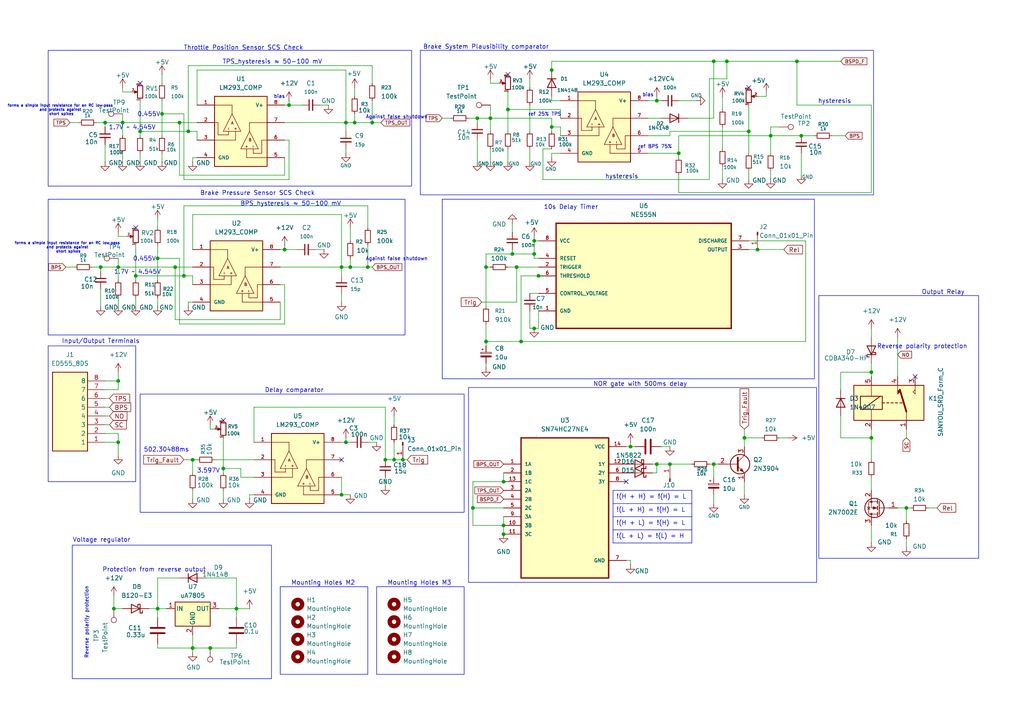
<source format=kicad_sch>
(kicad_sch (version 20250114) (generator "eeschema") (generator_version "9.0")
  (paper "A4")
  (lib_symbols
    (symbol "Connector:Conn_01x01_Pin" (pin_names (offset 1.016) (hide yes))
      (property "Reference" "J" (at 0 2.54 0))
      (property "Value" "Conn_01x01_Pin" (at 0 -2.54 0))
      (symbol "Conn_01x01_Pin_1_1"
        (pin passive line (at 5.08 0 180) (length 3.81) (name "Pin_1") (number "1"))
      )
    )
    (symbol "Connector:TestPoint" (pin_numbers (hide yes)) (pin_names (offset 0.762) (hide yes))
      (property "Reference" "TP" (at 0 6.858 0))
      (property "Value" "TestPoint" (at 0 5.08 0))
      (symbol "TestPoint_1_1"
        (pin passive line (at 0 0 90) (length 2.54) (name "1") (number "1"))
      )
    )
    (symbol "Device:C" (pin_numbers (hide yes)) (pin_names (offset 0.254))
      (property "Reference" "C" (at 0.635 2.54 0))
      (property "Value" "C" (at 0.635 -2.54 0))
      (symbol "C_1_1"
        (pin passive line (at 0 3.81 270) (length 2.794) (name "~") (number "1"))
        (pin passive line (at 0 -3.81 90) (length 2.794) (name "~") (number "2"))
      )
    )
    (symbol "Device:C_Polarized_Small" (pin_numbers (hide yes)) (pin_names (offset 0.254) (hide yes))
      (property "Reference" "C" (at 0.254 1.778 0))
      (property "Value" "C_Polarized_Small" (at 0.254 -2.032 0))
      (symbol "C_Polarized_Small_1_1"
        (pin passive line (at 0 2.54 270) (length 1.8542) (name "~") (number "1"))
        (pin passive line (at 0 -2.54 90) (length 1.8542) (name "~") (number "2"))
      )
    )
    (symbol "Device:C_Small" (pin_numbers (hide yes)) (pin_names (offset 0.254) (hide yes))
      (property "Reference" "C" (at 0.254 1.778 0))
      (property "Value" "C_Small" (at 0.254 -2.032 0))
      (symbol "C_Small_1_1"
        (pin passive line (at 0 2.54 270) (length 2.032) (name "~") (number "1"))
        (pin passive line (at 0 -2.54 90) (length 2.032) (name "~") (number "2"))
      )
    )
    (symbol "Device:R_Potentiometer_Small" (pin_names (offset 1.016) (hide yes))
      (property "Reference" "RV" (at -4.445 0 90))
      (property "Value" "R_Potentiometer_Small" (at -2.54 0 90))
      (symbol "R_Potentiometer_Small_1_1"
        (pin passive line (at 0 2.54 270) (length 0.635) (name "1") (number "1"))
        (pin passive line (at 0 -2.54 90) (length 0.635) (name "3") (number "3"))
        (pin passive line (at 2.54 0 180) (length 0.9906) (name "2") (number "2"))
      )
    )
    (symbol "Device:R_Small" (pin_numbers (hide yes)) (pin_names (offset 0.254) (hide yes))
      (property "Reference" "R" (at 0 0 90))
      (property "Value" "R_Small" (at 1.778 0 90))
      (symbol "R_Small_1_1"
        (pin passive line (at 0 2.54 270) (length 0.762) (name "~") (number "1"))
        (pin passive line (at 0 -2.54 90) (length 0.762) (name "~") (number "2"))
      )
    )
    (symbol "Diode:1N4007" (pin_numbers (hide yes)) (pin_names (hide yes))
      (property "Reference" "D" (at 0 2.54 0))
      (property "Value" "1N4007" (at 0 -2.54 0))
      (symbol "1N4007_1_1"
        (pin passive line (at -3.81 0 0) (length 2.54) (name "K") (number "1"))
        (pin passive line (at 3.81 0 180) (length 2.54) (name "A") (number "2"))
      )
    )
    (symbol "Diode:1N4148" (pin_numbers (hide yes)) (pin_names (hide yes))
      (property "Reference" "D" (at 0 2.54 0))
      (property "Value" "1N4148" (at 0 -2.54 0))
      (symbol "1N4148_1_1"
        (pin passive line (at -3.81 0 0) (length 2.54) (name "K") (number "1"))
        (pin passive line (at 3.81 0 180) (length 2.54) (name "A") (number "2"))
      )
    )
    (symbol "Diode:1N5822" (pin_numbers (hide yes)) (pin_names (offset 1.016) (hide yes))
      (property "Reference" "D" (at 0 2.54 0))
      (property "Value" "1N5822" (at 0 -2.54 0))
      (symbol "1N5822_1_1"
        (pin passive line (at -3.81 0 0) (length 2.54) (name "K") (number "1"))
        (pin passive line (at 3.81 0 180) (length 2.54) (name "A") (number "2"))
      )
    )
    (symbol "Diode:B120-E3" (pin_numbers (hide yes)) (pin_names (hide yes))
      (property "Reference" "D" (at 0 2.54 0))
      (property "Value" "B120-E3" (at 0 -2.54 0))
      (symbol "B120-E3_1_1"
        (pin passive line (at -3.81 0 0) (length 2.54) (name "K") (number "1"))
        (pin passive line (at 3.81 0 180) (length 2.54) (name "A") (number "2"))
      )
    )
    (symbol "Diode:CDBA340-HF" (pin_numbers (hide yes)) (pin_names (hide yes))
      (property "Reference" "D" (at 0 2.54 0))
      (property "Value" "CDBA340-HF" (at 0 -2.54 0))
      (symbol "CDBA340-HF_1_1"
        (pin passive line (at -3.81 0 0) (length 2.54) (name "K") (number "1"))
        (pin passive line (at 3.81 0 180) (length 2.54) (name "A") (number "2"))
      )
    )
    (symbol "ED555_8DS:ED555_8DS"
      (property "Reference" "J" (at 16.51 7.62 0))
      (property "Value" "ED555_8DS" (at 16.51 5.08 0))
      (symbol "ED555_8DS_1_1"
        (pin passive line (at 0 0 0) (length 5.08) (name "1") (number "1"))
        (pin passive line (at 0 -2.54 0) (length 5.08) (name "2") (number "2"))
        (pin passive line (at 0 -5.08 0) (length 5.08) (name "3") (number "3"))
        (pin passive line (at 0 -7.62 0) (length 5.08) (name "4") (number "4"))
        (pin passive line (at 0 -10.16 0) (length 5.08) (name "5") (number "5"))
        (pin passive line (at 0 -12.7 0) (length 5.08) (name "6") (number "6"))
        (pin passive line (at 0 -15.24 0) (length 5.08) (name "7") (number "7"))
        (pin passive line (at 0 -17.78 0) (length 5.08) (name "8") (number "8"))
      )
    )
    (symbol "LM358N_NOPB:LM358N_NOPB" (pin_names (offset 1.016))
      (property "Reference" "U" (at -7.62 11.43 0))
      (property "Value" "LM358N_NOPB" (at -7.62 -11.43 0))
      (symbol "LM358N_NOPB_0_0"
        (text "A" (at -2.921 1.9558 0) (effects (font (size 0.8128 0.8128)) (justify left bottom)))
        (text "B" (at 2.159 -2.9718 0) (effects (font (size 0.8128 0.8128)) (justify left bottom)))
        (pin output line (at -12.7 7.62 0) (length 5.08) (name "~") (number "1"))
        (pin input line (at -12.7 2.54 0) (length 5.08) (name "~") (number "2"))
        (pin input line (at -12.7 -2.54 0) (length 5.08) (name "~") (number "3"))
        (pin power_in line (at -12.7 -7.62 0) (length 5.08) (name "GND") (number "4"))
        (pin power_in line (at 12.7 7.62 180) (length 5.08) (name "V+") (number "8"))
        (pin output line (at 12.7 2.54 180) (length 5.08) (name "~") (number "7"))
        (pin input line (at 12.7 -2.54 180) (length 5.08) (name "~") (number "6"))
        (pin input line (at 12.7 -7.62 180) (length 5.08) (name "~") (number "5"))
      )
    )
    (symbol "Mechanical:MountingHole" (pin_names (offset 1.016)) (exclude_from_sim yes) (in_bom no)
      (property "Reference" "H" (at 0 5.08 0))
      (property "Value" "MountingHole" (at 0 3.175 0))
    )
    (symbol "NE555N:NE555N" (pin_names (offset 1.016))
      (property "Reference" "U" (at -5.3695 16.7701 0))
      (property "Value" "NE555N" (at -5.2667 -22.6696 0))
      (symbol "NE555N_0_0"
        (pin power_in line (at -30.48 7.62 0) (length 5.08) (name "VCC") (number "8"))
        (pin input line (at -30.48 2.54 0) (length 5.08) (name "RESET") (number "4"))
        (pin input line (at -30.48 0 0) (length 5.08) (name "TRIGGER") (number "2"))
        (pin input line (at -30.48 -2.54 0) (length 5.08) (name "THRESHOLD") (number "6"))
        (pin input line (at -30.48 -7.62 0) (length 5.08) (name "CONTROL_VOLTAGE") (number "5"))
        (pin passive line (at -30.48 -12.7 0) (length 5.08) (name "GND") (number "1"))
        (pin output line (at 30.48 7.62 180) (length 5.08) (name "DISCHARGE") (number "7"))
        (pin output line (at 30.48 5.08 180) (length 5.08) (name "OUTPUT") (number "3"))
      )
    )
    (symbol "Regulator_Linear:uA7805" (pin_names (offset 0.254))
      (property "Reference" "U" (at -3.81 3.175 0))
      (property "Value" "uA7805" (at 0 3.175 0))
      (symbol "uA7805_1_1"
        (pin power_in line (at -7.62 0 0) (length 2.54) (name "IN") (number "1"))
        (pin power_in line (at 0 -7.62 90) (length 2.54) (name "GND") (number "2"))
        (pin power_out line (at 7.62 0 180) (length 2.54) (name "OUT") (number "3"))
      )
    )
    (symbol "Relay:SANYOU_SRD_Form_C"
      (property "Reference" "K" (at 11.43 3.81 0))
      (property "Value" "SANYOU_SRD_Form_C" (at 11.43 1.27 0))
      (symbol "SANYOU_SRD_Form_C_1_1"
        (pin passive line (at -5.08 7.62 270) (length 2.54) (name "~") (number "5"))
        (pin passive line (at -5.08 -7.62 90) (length 2.54) (name "~") (number "2"))
        (pin passive line (at 2.54 7.62 270) (length 2.54) (name "~") (number "4"))
        (pin passive line (at 5.08 -7.62 90) (length 2.54) (name "~") (number "1"))
        (pin passive line (at 7.62 7.62 270) (length 2.54) (name "~") (number "3"))
      )
    )
    (symbol "SN74HC27NE4:SN74HC27NE4" (pin_names (offset 1.016))
      (property "Reference" "U" (at -12.7 21.32 0))
      (property "Value" "SN74HC27NE4" (at -12.7 -24.32 0))
      (symbol "SN74HC27NE4_0_0"
        (pin input line (at -17.78 12.7 0) (length 5.08) (name "1A") (number "1"))
        (pin input line (at -17.78 10.16 0) (length 5.08) (name "1B") (number "2"))
        (pin input line (at -17.78 7.62 0) (length 5.08) (name "1C") (number "13"))
        (pin input line (at -17.78 5.08 0) (length 5.08) (name "2A") (number "3"))
        (pin input line (at -17.78 2.54 0) (length 5.08) (name "2B") (number "4"))
        (pin input line (at -17.78 0 0) (length 5.08) (name "2C") (number "5"))
        (pin input line (at -17.78 -2.54 0) (length 5.08) (name "3A") (number "9"))
        (pin input line (at -17.78 -5.08 0) (length 5.08) (name "3B") (number "10"))
        (pin input line (at -17.78 -7.62 0) (length 5.08) (name "3C") (number "11"))
        (pin power_in line (at 17.78 17.78 180) (length 5.08) (name "VCC") (number "14"))
        (pin output line (at 17.78 12.7 180) (length 5.08) (name "1Y") (number "12"))
        (pin output line (at 17.78 10.16 180) (length 5.08) (name "2Y") (number "6"))
        (pin output line (at 17.78 7.62 180) (length 5.08) (name "3Y") (number "8"))
        (pin power_in line (at 17.78 -15.24 180) (length 5.08) (name "GND") (number "7"))
      )
    )
    (symbol "Transistor_BJT:2N3904" (pin_names (offset 0) (hide yes))
      (property "Reference" "Q" (at 5.08 1.905 0))
      (property "Value" "2N3904" (at 5.08 0 0))
      (symbol "2N3904_1_1"
        (pin input line (at -5.08 0 0) (length 2.54) (name "B") (number "2"))
        (pin passive line (at 2.54 5.08 270) (length 2.54) (name "C") (number "3"))
        (pin passive line (at 2.54 -5.08 90) (length 2.54) (name "E") (number "1"))
      )
    )
    (symbol "Transistor_FET:2N7002E" (pin_names (offset 0) (hide yes))
      (property "Reference" "Q" (at 5.08 1.905 0))
      (property "Value" "2N7002E" (at 5.08 0 0))
      (symbol "2N7002E_1_1"
        (pin input line (at -5.08 0 0) (length 2.54) (name "G") (number "1"))
        (pin passive line (at 2.54 5.08 270) (length 2.54) (name "D") (number "3"))
        (pin passive line (at 2.54 -5.08 90) (length 2.54) (name "S") (number "2"))
      )
    )
    (symbol "power:+12V" (power) (pin_numbers (hide yes)) (pin_names (offset 0) (hide yes))
      (property "Value" "+12V" (at 0 3.556 0))
      (symbol "+12V_1_1"
        (pin power_in line (at 0 0 90) (length 0) (name "~") (number "1"))
      )
    )
    (symbol "power:+5V" (power) (pin_numbers (hide yes)) (pin_names (offset 0) (hide yes))
      (property "Value" "+5V" (at 0 3.556 0))
      (symbol "+5V_1_1"
        (pin power_in line (at 0 0 90) (length 0) (name "~") (number "1"))
      )
    )
    (symbol "power:GND" (power) (pin_numbers (hide yes)) (pin_names (offset 0) (hide yes))
      (property "Value" "GND" (at 0 -3.81 0))
      (symbol "GND_1_1"
        (pin power_in line (at 0 0 270) (length 0) (name "~") (number "1"))
      )
    )
  )
  (rectangle (start 109.22 170.18) (end 134.62 195.58))
  (rectangle (start 40.64 114.3) (end 134.62 148.59))
  (rectangle (start 13.97 57.785) (end 117.475 97.155))
  (rectangle (start 237.49 85.725) (end 283.845 161.925))
  (rectangle (start 128.27 57.785) (end 236.22 109.855))
  (rectangle (start 13.97 14.605) (end 119.38 53.975))
  (rectangle (start 13.97 100.33) (end 39.37 139.7))
  (rectangle (start 81.28 170.18) (end 106.68 195.58))
  (text "forms a simple input resistance for an RC low‑pass \nand protects against \nshort spikes" (at 19.812 71.882 0) (effects (font (size 0.762 0.762))))
  (text "BPS_hysteresis ≈ 50-100 mV" (at 84.328 59.182 0) (effects (font (size 1.27 1.27))))
  (text "bias\n\n" (at 81.026 28.956 0) (effects (font (size 1.016 1.016))))
  (text "1.7V ~ 4.545V" (at 38.354 37.084 0) (effects (font (size 1.27 1.27))))
  (text "Brake System Plausibility comparator" (at 140.97 13.716 0) (effects (font (size 1.27 1.27))))
  (text "Voltage regulator\n" (at 29.464 156.718 0) (effects (font (size 1.27 1.27))))
  (text "NOR gate with 500ms delay\n" (at 185.674 111.506 0) (effects (font (size 1.27 1.27))))
  (text "Protection from reverse output" (at 44.704 164.592 0) (effects (font (size 1.27 1.27)) (justify top)))
  (text "Output Relay" (at 273.558 84.836 0) (effects (font (size 1.27 1.27))))
  (text "Against false shutdown" (at 115.062 75.184 0) (effects (font (size 1.016 1.016))))
  (text "TPS_hysteresis ≈ 50-100 mV" (at 78.994 18.034 0) (effects (font (size 1.27 1.27))))
  (text "Reverse polarity protection" (at 25.146 180.594 90) (effects (font (size 1.016 1.016))))
  (text "hysteresis\n" (at 180.34 51.308 0) (effects (font (size 1.27 1.27))))
  (text "Throttle Position Sensor SCS Check" (at 70.612 13.97 0) (effects (font (size 1.27 1.27))))
  (text "Delay comparator\n" (at 85.344 113.284 0) (effects (font (size 1.27 1.27))))
  (text "Mounting Holes M2" (at 93.726 169.164 0) (effects (font (size 1.27 1.27))))
  (text "502.30488ms" (at 48.26 130.556 0) (effects (font (size 1.27 1.27))))
  (text "hysteresis\n" (at 242.062 29.464 0) (effects (font (size 1.27 1.27))))
  (text "0.455V" (at 41.91 75.184 0) (effects (font (size 1.27 1.27))))
  (text "forms a simple input resistance for an RC low‑pass \nand protects against \nshort spikes" (at 17.78 32.004 0) (effects (font (size 0.762 0.762))))
  (text "0.455V" (at 43.18 33.274 0) (effects (font (size 1.27 1.27))))
  (text "Against false shutdown" (at 115.062 34.036 0) (effects (font (size 1.016 1.016))))
  (text "10s Delay Timer" (at 165.608 60.198 0) (effects (font (size 1.27 1.27))))
  (text "Reverse polarity protection" (at 267.462 100.584 0) (effects (font (size 1.27 1.27))))
  (text "ref 25% TPS" (at 157.988 33.274 0) (effects (font (size 1.016 1.016))))
  (text "Mounting Holes M3" (at 121.666 169.164 0) (effects (font (size 1.27 1.27))))
  (text "Input/Output Terminals" (at 29.21 99.06 0) (effects (font (size 1.27 1.27))))
  (text "bias\n\n" (at 187.96 28.448 0) (effects (font (size 1.016 1.016))))
  (text "3.597V" (at 60.452 136.652 0) (effects (font (size 1.27 1.27))))
  (text "ref BPS 75%" (at 189.992 42.672 0) (effects (font (size 1.016 1.016))))
  (text "Brake Pressure Sensor SCS Check" (at 74.676 56.134 0) (effects (font (size 1.27 1.27))))
  (text "1.7V ~ 4.545V" (at 39.878 78.994 0) (effects (font (size 1.27 1.27))))
  (text_box "" (at 121.92 14.605 0) (size 131.445 41.91) (margins 0.9525 0.9525 0.9525 0.9525) (effects (font (size 1.27 1.27)) (justify left top)))
  (text_box "" (at 155.575 126.365 0) (size 0 0) (margins 0.9525 0.9525 0.9525 0.9525) (effects (font (size 1.27 1.27)) (justify left top)))
  (text_box "" (at 135.89 112.395 0) (size 100.965 56.515) (margins 0.9525 0.9525 0.9525 0.9525) (effects (font (size 1.27 1.27)) (justify left top)))
  (text_box "" (at 20.955 158.115 0) (size 57.785 38.735) (margins 0.9525 0.9525 0.9525 0.9525) (effects (font (size 1.27 1.27)) (justify left top)))
  (junction (at 210.82 17.78))
  (junction (at 116.84 133.35))
  (junction (at 46.99 33.02))
  (junction (at 107.95 35.56))
  (junction (at 252.73 107.95))
  (junction (at 33.02 176.53))
  (junction (at 29.21 77.47))
  (junction (at 148.59 73.66))
  (junction (at 34.29 77.47))
  (junction (at 52.07 35.56))
  (junction (at 30.48 35.56))
  (junction (at 156.21 80.01))
  (junction (at 160.02 36.83))
  (junction (at 146.05 139.7))
  (junction (at 147.32 31.75))
  (junction (at 196.85 44.45))
  (junction (at 160.02 20.32))
  (junction (at 146.05 154.94))
  (junction (at 34.29 110.49))
  (junction (at 231.14 17.78))
  (junction (at 101.6 77.47))
  (junction (at 223.52 39.37))
  (junction (at 138.43 34.29))
  (junction (at 232.41 39.37))
  (junction (at 45.72 176.53))
  (junction (at 106.68 77.47))
  (junction (at 215.9 127))
  (junction (at 154.94 73.66))
  (junction (at 190.5 134.62))
  (junction (at 149.86 77.47))
  (junction (at 190.5 29.21))
  (junction (at 154.94 95.25))
  (junction (at 100.33 128.27))
  (junction (at 68.58 176.53))
  (junction (at 99.06 77.47))
  (junction (at 102.87 35.56))
  (junction (at 34.29 128.27))
  (junction (at 140.97 77.47))
  (junction (at 50.8 77.47))
  (junction (at 154.94 69.85))
  (junction (at 146.05 152.4))
  (junction (at 55.88 133.35))
  (junction (at 140.97 99.06))
  (junction (at 60.96 187.96))
  (junction (at 39.37 80.01))
  (junction (at 217.17 38.1))
  (junction (at 111.76 133.35))
  (junction (at 35.56 35.56))
  (junction (at 54.61 38.1))
  (junction (at 262.89 147.32))
  (junction (at 100.33 35.56))
  (junction (at 207.01 17.78))
  (junction (at 207.01 134.62))
  (junction (at 219.71 72.39))
  (junction (at 151.13 99.06))
  (junction (at 83.82 30.48))
  (junction (at 182.88 129.54))
  (junction (at 137.16 147.32))
  (junction (at 82.55 72.39))
  (junction (at 142.24 34.29))
  (junction (at 40.64 38.1))
  (junction (at 194.31 134.62))
  (junction (at 64.77 135.89))
  (junction (at 53.34 80.01))
  (junction (at 114.3 133.35))
  (junction (at 99.06 143.51))
  (junction (at 45.72 74.93))
  (junction (at 55.88 187.96))
  (junction (at 252.73 127))
  (no_connect (at 217.17 25.4))
  (no_connect (at 99.06 133.35))
  (no_connect (at 64.77 121.92))
  (no_connect (at 147.32 21.59))
  (no_connect (at 181.61 139.7))
  (no_connect (at 40.64 24.13))
  (no_connect (at 39.37 66.04))
  (no_connect (at 265.43 109.22))
  (wire (pts (xy 252.73 30.48) (xy 231.14 30.48)))
  (wire (pts (xy 226.06 36.83) (xy 223.52 36.83)))
  (wire (pts (xy 62.23 133.35) (xy 73.66 133.35)))
  (wire (pts (xy 210.82 22.86) (xy 210.82 17.78)))
  (wire (pts (xy 146.05 137.16) (xy 146.05 139.7)))
  (wire (pts (xy 40.64 38.1) (xy 54.61 38.1)))
  (wire (pts (xy 39.37 80.01) (xy 53.34 80.01)))
  (wire (pts (xy 153.67 30.48) (xy 153.67 38.1)))
  (wire (pts (xy 106.68 128.27) (xy 109.22 128.27)))
  (wire (pts (xy 45.72 63.5) (xy 45.72 66.04)))
  (wire (pts (xy 34.29 128.27) (xy 34.29 132.08)))
  (wire (pts (xy 190.5 134.62) (xy 194.31 134.62)))
  (wire (pts (xy 209.55 36.83) (xy 209.55 43.18)))
  (wire (pts (xy 243.84 107.95) (xy 252.73 107.95)))
  (wire (pts (xy 29.21 78.74) (xy 29.21 77.47)))
  (wire (pts (xy 50.8 92.71) (xy 50.8 77.47)))
  (wire (pts (xy 30.48 120.65) (xy 31.75 120.65)))
  (wire (pts (xy 187.96 29.21) (xy 190.5 29.21)))
  (wire (pts (xy 194.31 39.37) (xy 194.31 38.1)))
  (wire (pts (xy 153.67 85.09) (xy 156.21 85.09)))
  (wire (pts (xy 196.85 29.21) (xy 201.93 29.21)))
  (wire (pts (xy 99.06 77.47) (xy 101.6 77.47)))
  (wire (pts (xy 262.89 151.13) (xy 262.89 147.32)))
  (wire (pts (xy 142.24 43.18) (xy 142.24 46.99)))
  (wire (pts (xy 162.56 34.29) (xy 162.56 31.75)))
  (wire (pts (xy 189.23 134.62) (xy 190.5 134.62)))
  (wire (pts (xy 64.77 127) (xy 64.77 135.89)))
  (wire (pts (xy 160.02 45.72) (xy 160.02 44.45)))
  (wire (pts (xy 72.39 176.53) (xy 68.58 176.53)))
  (wire (pts (xy 205.74 134.62) (xy 207.01 134.62)))
  (wire (pts (xy 100.33 20.32) (xy 100.33 35.56)))
  (wire (pts (xy 33.02 176.53) (xy 33.02 172.72)))
  (wire (pts (xy 252.73 55.88) (xy 252.73 30.48)))
  (wire (pts (xy 107.95 29.21) (xy 107.95 35.56)))
  (wire (pts (xy 27.94 35.56) (xy 30.48 35.56)))
  (wire (pts (xy 196.85 45.72) (xy 196.85 44.45)))
  (wire (pts (xy 140.97 93.98) (xy 140.97 99.06)))
  (wire (pts (xy 57.15 45.72) (xy 55.88 45.72)))
  (wire (pts (xy 101.6 77.47) (xy 106.68 77.47)))
  (wire (pts (xy 82.55 40.64) (xy 83.82 40.64)))
  (wire (pts (xy 252.73 107.95) (xy 252.73 109.22)))
  (wire (pts (xy 190.5 137.16) (xy 190.5 134.62)))
  (wire (pts (xy 252.73 142.24) (xy 252.73 138.43)))
  (wire (pts (xy 142.24 77.47) (xy 140.97 77.47)))
  (wire (pts (xy 106.68 66.04) (xy 106.68 59.69)))
  (wire (pts (xy 160.02 20.32) (xy 160.02 17.78)))
  (wire (pts (xy 45.72 176.53) (xy 48.26 176.53)))
  (wire (pts (xy 53.34 80.01) (xy 55.88 80.01)))
  (wire (pts (xy 243.84 113.03) (xy 243.84 107.95)))
  (wire (pts (xy 34.29 113.03) (xy 34.29 110.49)))
  (wire (pts (xy 153.67 95.25) (xy 154.94 95.25)))
  (wire (pts (xy 128.27 34.29) (xy 130.81 34.29)))
  (wire (pts (xy 160.02 34.29) (xy 160.02 36.83)))
  (wire (pts (xy 82.55 35.56) (xy 100.33 35.56)))
  (wire (pts (xy 34.29 110.49) (xy 34.29 107.95)))
  (wire (pts (xy 81.28 82.55) (xy 82.55 82.55)))
  (wire (pts (xy 82.55 82.55) (xy 82.55 93.98)))
  (wire (pts (xy 102.87 25.4) (xy 102.87 27.94)))
  (wire (pts (xy 40.64 44.45) (xy 40.64 46.99)))
  (wire (pts (xy 160.02 17.78) (xy 207.01 17.78)))
  (wire (pts (xy 207.01 17.78) (xy 210.82 17.78)))
  (wire (pts (xy 222.25 26.67) (xy 222.25 27.94)))
  (wire (pts (xy 252.73 157.48) (xy 252.73 152.4)))
  (wire (pts (xy 102.87 33.02) (xy 102.87 35.56)))
  (wire (pts (xy 226.06 127) (xy 228.6 127)))
  (wire (pts (xy 68.58 186.69) (xy 68.58 187.96)))
  (wire (pts (xy 39.37 86.36) (xy 39.37 88.9)))
  (wire (pts (xy 81.28 92.71) (xy 50.8 92.71)))
  (wire (pts (xy 231.14 17.78) (xy 243.84 17.78)))
  (wire (pts (xy 82.55 93.98) (xy 52.07 93.98)))
  (wire (pts (xy 156.21 95.25) (xy 154.94 95.25)))
  (wire (pts (xy 45.72 176.53) (xy 45.72 179.07)))
  (wire (pts (xy 55.88 133.35) (xy 57.15 133.35)))
  (wire (pts (xy 52.07 167.64) (xy 45.72 167.64)))
  (wire (pts (xy 190.5 27.94) (xy 190.5 29.21)))
  (wire (pts (xy 114.3 133.35) (xy 116.84 133.35)))
  (wire (pts (xy 156.21 74.93) (xy 154.94 74.93)))
  (wire (pts (xy 60.96 124.46) (xy 62.23 124.46)))
  (wire (pts (xy 30.48 115.57) (xy 31.75 115.57)))
  (wire (pts (xy 252.73 95.25) (xy 252.73 97.79)))
  (wire (pts (xy 30.48 113.03) (xy 34.29 113.03)))
  (wire (pts (xy 243.84 120.65) (xy 243.84 127)))
  (wire (pts (xy 142.24 34.29) (xy 160.02 34.29)))
  (wire (pts (xy 82.55 50.8) (xy 52.07 50.8)))
  (wire (pts (xy 34.29 77.47) (xy 34.29 81.28)))
  (wire (pts (xy 60.96 123.19) (xy 60.96 124.46)))
  (wire (pts (xy 187.96 39.37) (xy 194.31 39.37)))
  (wire (pts (xy 99.06 138.43) (xy 99.06 143.51)))
  (wire (pts (xy 69.85 138.43) (xy 69.85 135.89)))
  (wire (pts (xy 151.13 99.06) (xy 233.68 99.06)))
  (wire (pts (xy 39.37 71.12) (xy 39.37 80.01)))
  (wire (pts (xy 182.88 129.54) (xy 184.15 129.54)))
  (wire (pts (xy 215.9 129.54) (xy 215.9 127)))
  (wire (pts (xy 107.95 35.56) (xy 110.49 35.56)))
  (wire (pts (xy 252.73 105.41) (xy 252.73 107.95)))
  (wire (pts (xy 99.06 80.01) (xy 99.06 77.47)))
  (wire (pts (xy 160.02 44.45) (xy 162.56 44.45)))
  (wire (pts (xy 160.02 21.59) (xy 160.02 20.32)))
  (wire (pts (xy 30.48 36.83) (xy 30.48 35.56)))
  (wire (pts (xy 100.33 127) (xy 100.33 128.27)))
  (wire (pts (xy 187.96 44.45) (xy 196.85 44.45)))
  (wire (pts (xy 57.15 20.32) (xy 100.33 20.32)))
  (wire (pts (xy 135.89 34.29) (xy 138.43 34.29)))
  (wire (pts (xy 50.8 77.47) (xy 55.88 77.47)))
  (wire (pts (xy 54.61 87.63) (xy 54.61 88.9)))
  (wire (pts (xy 100.33 128.27) (xy 101.6 128.27)))
  (wire (pts (xy 219.71 72.39) (xy 227.33 72.39)))
  (wire (pts (xy 30.48 110.49) (xy 34.29 110.49)))
  (wire (pts (xy 210.82 17.78) (xy 231.14 17.78)))
  (wire (pts (xy 162.56 39.37) (xy 162.56 36.83)))
  (wire (pts (xy 20.32 35.56) (xy 22.86 35.56)))
  (wire (pts (xy 111.76 138.43) (xy 111.76 140.97)))
  (wire (pts (xy 46.99 44.45) (xy 46.99 46.99)))
  (wire (pts (xy 59.69 167.64) (xy 68.58 167.64)))
  (wire (pts (xy 30.48 125.73) (xy 34.29 125.73)))
  (wire (pts (xy 189.23 137.16) (xy 190.5 137.16)))
  (wire (pts (xy 215.9 127) (xy 215.9 124.46)))
  (wire (pts (xy 53.34 133.35) (xy 55.88 133.35)))
  (wire (pts (xy 149.86 77.47) (xy 149.86 87.63)))
  (wire (pts (xy 157.48 43.18) (xy 157.48 52.07)))
  (wire (pts (xy 156.21 77.47) (xy 149.86 77.47)))
  (wire (pts (xy 138.43 35.56) (xy 138.43 34.29)))
  (wire (pts (xy 182.88 162.56) (xy 182.88 163.83)))
  (wire (pts (xy 114.3 133.35) (xy 114.3 128.27)))
  (wire (pts (xy 101.6 74.93) (xy 101.6 77.47)))
  (wire (pts (xy 34.29 77.47) (xy 50.8 77.47)))
  (wire (pts (xy 91.44 72.39) (xy 93.98 72.39)))
  (wire (pts (xy 142.24 30.48) (xy 142.24 34.29)))
  (wire (pts (xy 53.34 59.69) (xy 53.34 80.01)))
  (wire (pts (xy 215.9 139.7) (xy 215.9 143.51)))
  (wire (pts (xy 196.85 55.88) (xy 252.73 55.88)))
  (wire (pts (xy 142.24 34.29) (xy 142.24 38.1)))
  (wire (pts (xy 107.95 19.05) (xy 54.61 19.05)))
  (wire (pts (xy 53.34 52.07) (xy 53.34 33.02)))
  (wire (pts (xy 111.76 133.35) (xy 114.3 133.35)))
  (wire (pts (xy 207.01 34.29) (xy 207.01 17.78)))
  (wire (pts (xy 142.24 22.86) (xy 142.24 24.13)))
  (wire (pts (xy 181.61 162.56) (xy 182.88 162.56)))
  (wire (pts (xy 99.06 143.51) (xy 101.6 143.51)))
  (wire (pts (xy 154.94 68.58) (xy 154.94 69.85)))
  (wire (pts (xy 39.37 80.01) (xy 39.37 81.28)))
  (wire (pts (xy 81.28 72.39) (xy 82.55 72.39)))
  (wire (pts (xy 34.29 125.73) (xy 34.29 128.27)))
  (wire (pts (xy 148.59 64.77) (xy 148.59 67.31)))
  (wire (pts (xy 55.88 72.39) (xy 55.88 62.23)))
  (wire (pts (xy 83.82 52.07) (xy 53.34 52.07)))
  (wire (pts (xy 45.72 187.96) (xy 55.88 187.96)))
  (wire (pts (xy 57.15 30.48) (xy 57.15 20.32)))
  (wire (pts (xy 262.89 158.75) (xy 262.89 156.21)))
  (wire (pts (xy 207.01 134.62) (xy 208.28 134.62)))
  (wire (pts (xy 190.5 29.21) (xy 191.77 29.21)))
  (wire (pts (xy 30.48 35.56) (xy 35.56 35.56)))
  (wire (pts (xy 151.13 80.01) (xy 151.13 99.06)))
  (wire (pts (xy 54.61 38.1) (xy 57.15 38.1)))
  (wire (pts (xy 154.94 74.93) (xy 154.94 73.66)))
  (wire (pts (xy 154.94 69.85) (xy 156.21 69.85)))
  (wire (pts (xy 138.43 40.64) (xy 138.43 46.99)))
  (wire (pts (xy 29.21 88.9) (xy 29.21 83.82)))
  (wire (pts (xy 162.56 31.75) (xy 147.32 31.75)))
  (wire (pts (xy 46.99 29.21) (xy 46.99 33.02)))
  (wire (pts (xy 162.56 29.21) (xy 160.02 29.21)))
  (wire (pts (xy 55.88 62.23) (xy 99.06 62.23)))
  (wire (pts (xy 147.32 43.18) (xy 147.32 46.99)))
  (wire (pts (xy 153.67 22.86) (xy 153.67 25.4)))
  (wire (pts (xy 57.15 38.1) (xy 57.15 40.64)))
  (wire (pts (xy 147.32 26.67) (xy 147.32 31.75)))
  (wire (pts (xy 19.05 77.47) (xy 21.59 77.47)))
  (wire (pts (xy 102.87 35.56) (xy 107.95 35.56)))
  (wire (pts (xy 262.89 147.32) (xy 260.35 147.32)))
  (wire (pts (xy 45.72 86.36) (xy 45.72 88.9)))
  (wire (pts (xy 55.88 187.96) (xy 55.88 189.23)))
  (wire (pts (xy 29.21 77.47) (xy 34.29 77.47)))
  (wire (pts (xy 205.74 52.07) (xy 205.74 22.86)))
  (wire (pts (xy 35.56 33.02) (xy 35.56 35.56)))
  (wire (pts (xy 54.61 19.05) (xy 54.61 38.1)))
  (wire (pts (xy 160.02 38.1) (xy 160.02 36.83)))
  (wire (pts (xy 146.05 152.4) (xy 146.05 154.94)))
  (wire (pts (xy 35.56 176.53) (xy 33.02 176.53)))
  (wire (pts (xy 46.99 21.59) (xy 46.99 24.13)))
  (wire (pts (xy 35.56 35.56) (xy 52.07 35.56)))
  (wire (pts (xy 196.85 50.8) (xy 196.85 55.88)))
  (wire (pts (xy 45.72 74.93) (xy 45.72 81.28)))
  (wire (pts (xy 81.28 87.63) (xy 81.28 92.71)))
  (wire (pts (xy 83.82 40.64) (xy 83.82 52.07)))
  (wire (pts (xy 140.97 100.33) (xy 140.97 99.06)))
  (wire (pts (xy 35.56 44.45) (xy 35.56 46.99)))
  (wire (pts (xy 147.32 77.47) (xy 149.86 77.47)))
  (wire (pts (xy 73.66 128.27) (xy 73.66 118.11)))
  (wire (pts (xy 156.21 80.01) (xy 151.13 80.01)))
  (wire (pts (xy 43.18 176.53) (xy 45.72 176.53)))
  (wire (pts (xy 69.85 135.89) (xy 64.77 135.89)))
  (wire (pts (xy 26.67 77.47) (xy 29.21 77.47)))
  (wire (pts (xy 205.74 22.86) (xy 210.82 22.86)))
  (wire (pts (xy 40.64 38.1) (xy 40.64 39.37)))
  (wire (pts (xy 156.21 90.17) (xy 156.21 95.25)))
  (wire (pts (xy 241.3 39.37) (xy 245.11 39.37)))
  (wire (pts (xy 106.68 77.47) (xy 107.95 77.47)))
  (wire (pts (xy 45.72 186.69) (xy 45.72 187.96)))
  (wire (pts (xy 83.82 30.48) (xy 87.63 30.48)))
  (wire (pts (xy 223.52 49.53) (xy 223.52 52.07)))
  (wire (pts (xy 72.39 143.51) (xy 72.39 144.78)))
  (wire (pts (xy 182.88 128.27) (xy 182.88 129.54)))
  (wire (pts (xy 40.64 29.21) (xy 40.64 38.1)))
  (wire (pts (xy 68.58 176.53) (xy 63.5 176.53)))
  (wire (pts (xy 55.88 45.72) (xy 55.88 46.99)))
  (wire (pts (xy 223.52 36.83) (xy 223.52 39.37)))
  (wire (pts (xy 55.88 87.63) (xy 54.61 87.63)))
  (wire (pts (xy 35.56 26.67) (xy 38.1 26.67)))
  (wire (pts (xy 53.34 33.02) (xy 46.99 33.02)))
  (wire (pts (xy 68.58 176.53) (xy 68.58 179.07)))
  (wire (pts (xy 191.77 129.54) (xy 194.31 129.54)))
  (wire (pts (xy 262.89 127) (xy 262.89 124.46)))
  (wire (pts (xy 83.82 29.21) (xy 83.82 30.48)))
  (wire (pts (xy 34.29 74.93) (xy 34.29 77.47)))
  (wire (pts (xy 160.02 80.01) (xy 156.21 80.01)))
  (wire (pts (xy 271.78 147.32) (xy 269.24 147.32)))
  (wire (pts (xy 231.14 30.48) (xy 231.14 17.78)))
  (wire (pts (xy 209.55 48.26) (xy 209.55 52.07)))
  (wire (pts (xy 35.56 25.4) (xy 35.56 26.67)))
  (wire (pts (xy 146.05 139.7) (xy 137.16 139.7)))
  (wire (pts (xy 34.29 67.31) (xy 34.29 68.58)))
  (wire (pts (xy 68.58 167.64) (xy 68.58 176.53)))
  (wire (pts (xy 73.66 138.43) (xy 69.85 138.43)))
  (wire (pts (xy 34.29 86.36) (xy 34.29 88.9)))
  (wire (pts (xy 116.84 133.35) (xy 118.11 133.35)))
  (wire (pts (xy 101.6 66.04) (xy 101.6 69.85)))
  (wire (pts (xy 217.17 49.53) (xy 217.17 52.07)))
  (wire (pts (xy 45.72 167.64) (xy 45.72 176.53)))
  (wire (pts (xy 153.67 90.17) (xy 153.67 95.25)))
  (wire (pts (xy 34.29 68.58) (xy 36.83 68.58)))
  (wire (pts (xy 232.41 44.45) (xy 232.41 50.8)))
  (wire (pts (xy 99.06 128.27) (xy 100.33 128.27)))
  (wire (pts (xy 260.35 97.79) (xy 260.35 109.22)))
  (wire (pts (xy 217.17 30.48) (xy 217.17 38.1)))
  (wire (pts (xy 146.05 149.86) (xy 146.05 152.4)))
  (wire (pts (xy 55.88 80.01) (xy 55.88 82.55)))
  (wire (pts (xy 138.43 34.29) (xy 142.24 34.29)))
  (wire (pts (xy 30.48 118.11) (xy 31.75 118.11)))
  (wire (pts (xy 100.33 35.56) (xy 102.87 35.56)))
  (wire (pts (xy 217.17 38.1) (xy 217.17 44.45)))
  (wire (pts (xy 142.24 24.13) (xy 144.78 24.13)))
  (wire (pts (xy 262.89 147.32) (xy 264.16 147.32)))
  (wire (pts (xy 64.77 142.24) (xy 64.77 144.78)))
  (wire (pts (xy 81.28 77.47) (xy 99.06 77.47)))
  (wire (pts (xy 64.77 135.89) (xy 64.77 137.16)))
  (wire (pts (xy 243.84 127) (xy 252.73 127)))
  (wire (pts (xy 140.97 77.47) (xy 140.97 88.9)))
  (wire (pts (xy 162.56 36.83) (xy 160.02 36.83)))
  (wire (pts (xy 217.17 72.39) (xy 219.71 72.39)))
  (wire (pts (xy 45.72 71.12) (xy 45.72 74.93)))
  (wire (pts (xy 52.07 35.56) (xy 57.15 35.56)))
  (wire (pts (xy 147.32 31.75) (xy 147.32 38.1)))
  (wire (pts (xy 52.07 50.8) (xy 52.07 35.56)))
  (wire (pts (xy 137.16 147.32) (xy 137.16 152.4)))
  (wire (pts (xy 207.01 138.43) (xy 207.01 134.62)))
  (wire (pts (xy 157.48 52.07) (xy 205.74 52.07)))
  (wire (pts (xy 199.39 34.29) (xy 207.01 34.29)))
  (wire (pts (xy 196.85 39.37) (xy 196.85 44.45)))
  (wire (pts (xy 30.48 123.19) (xy 31.75 123.19)))
  (wire (pts (xy 217.17 69.85) (xy 233.68 69.85)))
  (wire (pts (xy 137.16 147.32) (xy 146.05 147.32)))
  (wire (pts (xy 220.98 127) (xy 215.9 127)))
  (wire (pts (xy 140.97 73.66) (xy 140.97 77.47)))
  (wire (pts (xy 106.68 59.69) (xy 53.34 59.69)))
  (wire (pts (xy 140.97 99.06) (xy 151.13 99.06)))
  (wire (pts (xy 252.73 124.46) (xy 252.73 127)))
  (wire (pts (xy 114.3 120.65) (xy 114.3 123.19)))
  (wire (pts (xy 60.96 187.96) (xy 55.88 187.96)))
  (wire (pts (xy 60.96 187.96) (xy 68.58 187.96)))
  (wire (pts (xy 223.52 39.37) (xy 232.41 39.37)))
  (wire (pts (xy 46.99 33.02) (xy 46.99 39.37)))
  (wire (pts (xy 148.59 72.39) (xy 148.59 73.66)))
  (wire (pts (xy 82.55 45.72) (xy 82.55 50.8)))
  (wire (pts (xy 52.07 93.98) (xy 52.07 74.93)))
  (wire (pts (xy 222.25 27.94) (xy 219.71 27.94)))
  (wire (pts (xy 92.71 30.48) (xy 95.25 30.48)))
  (wire (pts (xy 82.55 71.12) (xy 82.55 72.39)))
  (wire (pts (xy 194.31 134.62) (xy 200.66 134.62)))
  (wire (pts (xy 223.52 39.37) (xy 223.52 44.45)))
  (wire (pts (xy 181.61 129.54) (xy 182.88 129.54)))
  (wire (pts (xy 223.52 39.37) (xy 196.85 39.37)))
  (wire (pts (xy 52.07 74.93) (xy 45.72 74.93)))
  (wire (pts (xy 55.88 142.24) (xy 55.88 144.78)))
  (wire (pts (xy 148.59 73.66) (xy 154.94 73.66)))
  (wire (pts (xy 232.41 39.37) (xy 236.22 39.37)))
  (wire (pts (xy 106.68 71.12) (xy 106.68 77.47)))
  (wire (pts (xy 55.88 133.35) (xy 55.88 137.16)))
  (wire (pts (xy 35.56 35.56) (xy 35.56 39.37)))
  (wire (pts (xy 194.31 38.1) (xy 217.17 38.1)))
  (wire (pts (xy 99.06 62.23) (xy 99.06 77.47)))
  (wire (pts (xy 137.16 152.4) (xy 146.05 152.4)))
  (wire (pts (xy 111.76 118.11) (xy 111.76 133.35)))
  (wire (pts (xy 100.33 43.18) (xy 100.33 44.45)))
  (wire (pts (xy 252.73 133.35) (xy 252.73 127)))
  (wire (pts (xy 160.02 43.18) (xy 157.48 43.18)))
  (wire (pts (xy 140.97 73.66) (xy 148.59 73.66)))
  (wire (pts (xy 30.48 46.99) (xy 30.48 41.91)))
  (wire (pts (xy 233.68 69.85) (xy 233.68 99.06)))
  (wire (pts (xy 187.96 34.29) (xy 191.77 34.29)))
  (wire (pts (xy 99.06 85.09) (xy 99.06 87.63)))
  (wire (pts (xy 100.33 35.56) (xy 100.33 38.1)))
  (wire (pts (xy 73.66 118.11) (xy 111.76 118.11)))
  (wire (pts (xy 137.16 139.7) (xy 137.16 147.32)))
  (wire (pts (xy 82.55 72.39) (xy 86.36 72.39)))
  (wire (pts (xy 140.97 106.68) (xy 140.97 105.41)))
  (wire (pts (xy 30.48 128.27) (xy 34.29 128.27)))
  (wire (pts (xy 207.01 146.05) (xy 207.01 143.51)))
  (wire (pts (xy 55.88 184.15) (xy 55.88 187.96)))
  (wire (pts (xy 154.94 73.66) (xy 154.94 69.85)))
  (wire (pts (xy 73.66 143.51) (xy 72.39 143.51)))
  (wire (pts (xy 139.7 87.63) (xy 149.86 87.63)))
  (wire (pts (xy 160.02 29.21) (xy 160.02 27.94)))
  (wire (pts (xy 107.95 24.13) (xy 107.95 19.05)))
  (wire (pts (xy 82.55 30.48) (xy 83.82 30.48)))
  (wire (pts (xy 153.67 43.18) (xy 153.67 46.99)))
  (wire (pts (xy 209.55 27.94) (xy 209.55 31.75)))
  (table (column_count 1) (border (external yes) (header yes)) (separators (rows yes) (cols yes)) (column_widths 22.86) (row_heights 3.81 3.81 3.81 3.81) (cells (table_cell "!(H + H) = !(H) = L" (at 177.8 142.24 0) (size 22.86 3.81) (margins 0.9525 0.9525 0.9525 0.9525) (span 1 1)) (table_cell "!(L + H) = !(H) = L" (at 177.8 146.05 0) (size 22.86 3.81) (margins 0.9525 0.9525 0.9525 0.9525) (span 1 1)) (table_cell "!(H + L) = !(H) = L" (at 177.8 149.86 0) (size 22.86 3.81) (margins 0.9525 0.9525 0.9525 0.9525) (span 1 1)) (table_cell "!(L + L) = !(L) = H" (at 177.8 153.67 0) (size 22.86 3.81) (margins 0.9525 0.9525 0.9525 0.9525) (span 1 1))))
  (global_label "NO" (shape input) (at 260.35 102.87 0) (effects (font (size 1.016 1.016))) (property "Intersheetrefs" "${INTERSHEET_REFS}" (effects (hide yes))))
  (global_label "SC" (shape input) (at 31.75 123.19 0) (property "Intersheetrefs" "${INTERSHEET_REFS}" (effects (hide yes))))
  (global_label "BPS" (shape input) (at 245.11 39.37 0) (effects (font (size 1.016 1.016))) (property "Intersheetrefs" "${INTERSHEET_REFS}" (effects (hide yes))))
  (global_label "Rel" (shape input) (at 227.33 72.39 0) (property "Intersheetrefs" "${INTERSHEET_REFS}" (effects (hide yes))))
  (global_label "Trig_Fault" (shape input) (at 215.9 124.46 90) (property "Intersheetrefs" "${INTERSHEET_REFS}" (effects (hide yes))))
  (global_label "TPS" (shape input) (at 31.75 115.57 0) (property "Intersheetrefs" "${INTERSHEET_REFS}" (effects (hide yes))))
  (global_label "NO" (shape input) (at 31.75 120.65 0) (property "Intersheetrefs" "${INTERSHEET_REFS}" (effects (hide yes))))
  (global_label "Rel" (shape input) (at 271.78 147.32 0) (property "Intersheetrefs" "${INTERSHEET_REFS}" (effects (hide yes))))
  (global_label "BSPD_F" (shape input) (at 243.84 17.78 0) (effects (font (size 1.016 1.016))) (property "Intersheetrefs" "${INTERSHEET_REFS}" (effects (hide yes))))
  (global_label "BSPD_F" (shape input) (at 146.05 144.78 180) (effects (font (size 1.016 1.016))) (property "Intersheetrefs" "${INTERSHEET_REFS}" (effects (hide yes))))
  (global_label "BPS" (shape input) (at 19.05 77.47 180) (effects (font (size 1.016 1.016))) (property "Intersheetrefs" "${INTERSHEET_REFS}" (effects (hide yes))))
  (global_label "TPS_OUT" (shape input) (at 146.05 142.24 180) (effects (font (size 1.016 1.016))) (property "Intersheetrefs" "${INTERSHEET_REFS}" (effects (hide yes))))
  (global_label "Trig" (shape input) (at 139.7 87.63 180) (property "Intersheetrefs" "${INTERSHEET_REFS}" (effects (hide yes))))
  (global_label "BPS_OUT" (shape input) (at 107.95 77.47 0) (effects (font (size 1.016 1.016))) (property "Intersheetrefs" "${INTERSHEET_REFS}" (effects (hide yes))))
  (global_label "BPS" (shape input) (at 31.75 118.11 0) (property "Intersheetrefs" "${INTERSHEET_REFS}" (effects (hide yes))))
  (global_label "TPS_OUT" (shape input) (at 110.49 35.56 0) (effects (font (size 1.016 1.016))) (property "Intersheetrefs" "${INTERSHEET_REFS}" (effects (hide yes))))
  (global_label "SC" (shape input) (at 262.89 127 270) (effects (font (size 1.016 1.016))) (property "Intersheetrefs" "${INTERSHEET_REFS}" (effects (hide yes))))
  (global_label "TPS" (shape input) (at 20.32 35.56 180) (effects (font (size 1.016 1.016))) (property "Intersheetrefs" "${INTERSHEET_REFS}" (effects (hide yes))))
  (global_label "Trig_Fault" (shape input) (at 53.34 133.35 180) (property "Intersheetrefs" "${INTERSHEET_REFS}" (effects (hide yes))))
  (global_label "BPS_OUT" (shape input) (at 146.05 134.62 180) (effects (font (size 1.016 1.016))) (property "Intersheetrefs" "${INTERSHEET_REFS}" (effects (hide yes))))
  (global_label "Trig" (shape input) (at 118.11 133.35 0) (property "Intersheetrefs" "${INTERSHEET_REFS}" (effects (hide yes))))
  (global_label "TPS" (shape input) (at 128.27 34.29 180) (effects (font (size 1.016 1.016))) (property "Intersheetrefs" "${INTERSHEET_REFS}" (effects (hide yes))))
  (symbol (lib_id "Mechanical:MountingHole") (at 114.3 185.42 0) (unit 1) (exclude_from_sim yes) (in_bom no)
    (property "Reference" "H7" (at 116.84 184.1499 0) (effects (justify left)))
    (property "Value" "MountingHole" (at 116.84 186.6899 0) (effects (justify left)))
    (property "Footprint" "MountingHole:MountingHole_3.2mm_M3" (effects (hide yes)))
    (property "Description" "Mounting Hole without connection" (effects (hide yes)))
  )
  (symbol (lib_id "power:GND") (at 232.41 50.8 0) (unit 1)
    (property "Reference" "#PWR051" (effects (hide yes)))
    (property "Value" "GND" (at 234.188 51.308 0) (effects (font (size 1.016 1.016))))
    (property "Description" "Power symbol creates a global label with name \"GND\" , ground" (effects (hide yes)))
  )
  (symbol (lib_id "Diode:1N4148") (at 160.02 24.13 270) (unit 1)
    (property "Reference" "D1" (at 162.56 22.8599 90) (effects (font (size 1.016 1.016)) (justify left)))
    (property "Value" "1N4148" (at 161.544 26.162 90) (effects (font (size 1.016 1.016)) (justify left)))
    (property "Footprint" "Diode_THT:D_DO-35_SOD27_P7.62mm_Horizontal" (effects (hide yes)))
    (property "Datasheet" "https://assets.nexperia.com/documents/data-sheet/1N4148_1N4448.pdf" (effects (hide yes)))
    (property "Description" "100V 0.15A standard switching diode, DO-35" (effects (hide yes)))
    (property "Sim.Device" "D" (effects (hide yes)))
    (property "Sim.Pins" "1=K 2=A" (effects (hide yes)))
  )
  (symbol (lib_id "power:+5V") (at 114.3 120.65 0) (unit 1)
    (property "Reference" "#PWR057" (effects (hide yes)))
    (property "Value" "+5V" (at 114.3 115.57 0))
    (property "Description" "Power symbol creates a global label with name \"+5V\"" (effects (hide yes)))
  )
  (symbol (lib_id "Device:R_Small") (at 223.52 127 90) (unit 1)
    (property "Reference" "R27" (at 223.52 121.92 90) (effects (font (size 1.016 1.016))))
    (property "Value" "10k" (at 223.52 124.46 90))
    (property "Description" "Resistor, small symbol" (effects (hide yes)))
  )
  (symbol (lib_id "Device:R_Small") (at 35.56 41.91 0) (unit 1)
    (property "Reference" "R17" (at 31.496 42.418 0) (effects (font (size 1.016 1.016)) (justify left)))
    (property "Value" "100k" (at 31.75 44.196 0) (effects (font (size 1.016 1.016)) (justify left)))
    (property "Description" "Resistor, small symbol" (effects (hide yes)))
  )
  (symbol (lib_id "power:+5V") (at 102.87 25.4 0) (unit 1)
    (property "Reference" "#PWR06" (effects (hide yes)))
    (property "Value" "+5V" (at 102.616 21.336 0))
    (property "Description" "Power symbol creates a global label with name \"+5V\"" (effects (hide yes)))
  )
  (symbol (lib_id "Device:C_Small") (at 99.06 82.55 0) (unit 1)
    (property "Reference" "C13" (at 101.6 81.2862 0) (effects (justify left)))
    (property "Value" "15p" (at 101.6 83.8262 0) (effects (font (size 1.016 1.016)) (justify left)))
    (property "Description" "Unpolarized capacitor, small symbol" (effects (hide yes)))
  )
  (symbol (lib_id "Device:C") (at 45.72 182.88 0) (unit 1)
    (property "Reference" "C11" (at 39.116 182.118 0))
    (property "Value" "0.33u" (at 39.37 184.15 0))
    (property "Footprint" "Crystal:Resonator-2Pin_W7.0mm_H2.5mm" (effects (hide yes)))
    (property "Description" "Unpolarized capacitor" (effects (hide yes)))
  )
  (symbol (lib_id "power:GND") (at 262.89 158.75 0) (unit 1)
    (property "Reference" "#PWR010" (effects (hide yes)))
    (property "Value" "GND" (at 266.7 158.496 0))
    (property "Description" "Power symbol creates a global label with name \"GND\" , ground" (effects (hide yes)))
  )
  (symbol (lib_id "Diode:1N4148") (at 55.88 167.64 0) (unit 1)
    (property "Reference" "D9" (at 61.976 164.592 0) (effects (justify left)))
    (property "Value" "1N4148" (at 58.674 166.624 0) (effects (justify left)))
    (property "Footprint" "Diode_THT:D_DO-35_SOD27_P7.62mm_Horizontal" (effects (hide yes)))
    (property "Datasheet" "https://assets.nexperia.com/documents/data-sheet/1N4148_1N4448.pdf" (effects (hide yes)))
    (property "Description" "100V 0.15A standard switching diode, DO-35" (effects (hide yes)))
    (property "Sim.Device" "D" (effects (hide yes)))
    (property "Sim.Pins" "1=K 2=A" (effects (hide yes)))
  )
  (symbol (lib_id "power:GND") (at 201.93 29.21 90) (unit 1)
    (property "Reference" "#PWR026" (effects (hide yes)))
    (property "Value" "GND" (at 201.93 27.686 90) (effects (font (size 1.016 1.016))))
    (property "Description" "Power symbol creates a global label with name \"GND\" , ground" (effects (hide yes)))
  )
  (symbol (lib_id "power:+12V") (at 83.82 29.21 0) (unit 1)
    (property "Reference" "#PWR0101" (effects (hide yes)))
    (property "Value" "+12V" (at 83.82 24.13 0))
    (property "Description" "Power symbol creates a global label with name \"+12V\"" (effects (hide yes)))
  )
  (symbol (lib_id "Device:R_Small") (at 196.85 48.26 0) (unit 1)
    (property "Reference" "R32" (at 198.628 48.006 0) (effects (font (size 1.016 1.016)) (justify left)))
    (property "Value" "100k" (at 198.882 49.53 0) (effects (font (size 1.016 1.016)) (justify left)))
    (property "Description" "Resistor, small symbol" (effects (hide yes)))
  )
  (symbol (lib_id "power:GND") (at 146.05 154.94 0) (unit 1)
    (property "Reference" "#PWR020" (effects (hide yes)))
    (property "Value" "GND" (at 146.05 160.02 0))
    (property "Description" "Power symbol creates a global label with name \"GND\" , ground" (effects (hide yes)))
  )
  (symbol (lib_id "Device:C_Small") (at 90.17 30.48 90) (unit 1)
    (property "Reference" "C1" (at 90.1763 24.13 90))
    (property "Value" "100n" (at 90.1763 26.67 90) (effects (font (size 1.016 1.016))))
    (property "Description" "Unpolarized capacitor, small symbol" (effects (hide yes)))
  )
  (symbol (lib_id "power:+5V") (at 72.39 176.53 0) (unit 1)
    (property "Reference" "#PWR048" (effects (hide yes)))
    (property "Value" "+5V" (at 72.39 171.45 0))
    (property "Description" "Power symbol creates a global label with name \"+5V\"" (effects (hide yes)))
  )
  (symbol (lib_id "Device:R_Small") (at 153.67 40.64 0) (unit 1)
    (property "Reference" "R13" (at 155.448 40.386 0) (effects (font (size 1.016 1.016)) (justify left)))
    (property "Value" "10k" (at 155.194 41.91 0) (effects (font (size 1.016 1.016)) (justify left)))
    (property "Description" "Resistor, small symbol" (effects (hide yes)))
  )
  (symbol (lib_id "power:GND") (at 40.64 46.99 0) (unit 1)
    (property "Reference" "#PWR07" (effects (hide yes)))
    (property "Value" "GND" (at 43.688 47.244 0))
    (property "Description" "Power symbol creates a global label with name \"GND\" , ground" (effects (hide yes)))
  )
  (symbol (lib_id "Device:R_Small") (at 114.3 125.73 0) (unit 1)
    (property "Reference" "R37" (at 115.824 124.968 0) (effects (font (size 1.016 1.016)) (justify left)))
    (property "Value" "10k" (at 115.57 126.746 0) (effects (justify left)))
    (property "Description" "Resistor, small symbol" (effects (hide yes)))
  )
  (symbol (lib_id "power:GND") (at 99.06 87.63 0) (unit 1)
    (property "Reference" "#PWR059" (effects (hide yes)))
    (property "Value" "GND" (at 99.06 91.948 0))
    (property "Description" "Power symbol creates a global label with name \"GND\" , ground" (effects (hide yes)))
  )
  (symbol (lib_id "Device:C_Small") (at 148.59 69.85 0) (unit 1)
    (property "Reference" "C6" (at 151.13 68.5862 0) (effects (justify left)))
    (property "Value" "100n" (at 151.13 71.1262 0) (effects (font (size 1.016 1.016)) (justify left)))
    (property "Description" "Unpolarized capacitor, small symbol" (effects (hide yes)))
  )
  (symbol (lib_id "Device:R_Small") (at 203.2 134.62 90) (unit 1)
    (property "Reference" "R26" (at 203.708 136.144 90) (effects (font (size 1.016 1.016))))
    (property "Value" "10k" (at 203.454 137.414 90) (effects (font (size 1.016 1.016))))
    (property "Description" "Resistor, small symbol" (effects (hide yes)))
  )
  (symbol (lib_id "Device:C") (at 68.58 182.88 0) (unit 1)
    (property "Reference" "C10" (at 72.644 181.356 0))
    (property "Value" "0.1u" (at 72.898 183.134 0))
    (property "Footprint" "Crystal:Resonator-2Pin_W7.0mm_H2.5mm" (effects (hide yes)))
    (property "Description" "Unpolarized capacitor" (effects (hide yes)))
  )
  (symbol (lib_id "power:GND") (at 154.94 95.25 0) (unit 1)
    (property "Reference" "#PWR035" (effects (hide yes)))
    (property "Value" "GND" (at 158.75 94.996 0))
    (property "Description" "Power symbol creates a global label with name \"GND\" , ground" (effects (hide yes)))
  )
  (symbol (lib_id "SN74HC27NE4:SN74HC27NE4") (at 163.83 147.32 0) (unit 1)
    (property "Reference" "U3" (at 163.83 121.92 0))
    (property "Value" "SN74HC27NE4" (at 163.83 124.46 0))
    (property "Footprint" "Package_DIP:CERDIP-14_W7.62mm_SideBrazed_LongPads_Socket" (effects (hide yes)))
    (property "MF" "Texas Instruments" (effects (hide yes)))
    (property "Description_1" "Triple 3-Input Positive-NOR Gates 14-PDIP -40 to 85" (effects (hide yes)))
    (property "Package" "PDIP-14 Texas Instruments" (effects (hide yes)))
    (property "Price" "None" (effects (hide yes)))
    (property "SnapEDA_Link" "https://www.snapeda.com/parts/SN74HC27NE4/Texas+Instruments/view-part/?ref=snap" (effects (hide yes)))
    (property "MP" "SN74HC27NE4" (effects (hide yes)))
    (property "Availability" "Not in stock" (effects (hide yes)))
    (property "Check_prices" "https://www.snapeda.com/parts/SN74HC27NE4/Texas+Instruments/view-part/?ref=eda" (effects (hide yes)))
  )
  (symbol (lib_id "power:+5V") (at 182.88 128.27 0) (unit 1)
    (property "Reference" "#PWR021" (effects (hide yes)))
    (property "Value" "+5V" (at 182.88 123.19 0))
    (property "Description" "Power symbol creates a global label with name \"+5V\"" (effects (hide yes)))
  )
  (symbol (lib_id "power:+5V") (at 228.6 127 270) (unit 1)
    (property "Reference" "#PWR024" (effects (hide yes)))
    (property "Value" "+5V" (at 232.41 126.9999 90) (effects (justify left)))
    (property "Description" "Power symbol creates a global label with name \"+5V\"" (effects (hide yes)))
  )
  (symbol (lib_id "Mechanical:MountingHole") (at 86.36 180.34 0) (unit 1) (exclude_from_sim yes) (in_bom no)
    (property "Reference" "H2" (at 88.9 179.0699 0) (effects (justify left)))
    (property "Value" "MountingHole" (at 88.9 181.6099 0) (effects (justify left)))
    (property "Footprint" "MountingHole:MountingHole_2.2mm_M2" (effects (hide yes)))
    (property "Description" "Mounting Hole without connection" (effects (hide yes)))
  )
  (symbol (lib_id "power:GND") (at 29.21 88.9 0) (unit 1)
    (property "Reference" "#PWR011" (effects (hide yes)))
    (property "Value" "GND" (at 32.258 89.154 0))
    (property "Description" "Power symbol creates a global label with name \"GND\" , ground" (effects (hide yes)))
  )
  (symbol (lib_id "Device:C_Polarized_Small") (at 140.97 102.87 0) (unit 1)
    (property "Reference" "C8" (at 143.51 101.0538 0) (effects (justify left)))
    (property "Value" "10u" (at 143.51 103.5938 0) (effects (justify left)))
    (property "Description" "Polarized capacitor, small symbol" (effects (hide yes)))
  )
  (symbol (lib_id "Device:R_Small") (at 223.52 46.99 0) (unit 1)
    (property "Reference" "R16" (at 226.06 45.7199 0) (effects (font (size 1.016 1.016)) (justify left)))
    (property "Value" "10k" (at 226.06 48.2599 0) (effects (justify left)))
    (property "Description" "Resistor, small symbol" (effects (hide yes)))
  )
  (symbol (lib_id "Mechanical:MountingHole") (at 114.3 190.5 0) (unit 1) (exclude_from_sim yes) (in_bom no)
    (property "Reference" "H8" (at 116.84 189.2299 0) (effects (justify left)))
    (property "Value" "MountingHole" (at 116.84 191.7699 0) (effects (justify left)))
    (property "Footprint" "MountingHole:MountingHole_3.2mm_M3" (effects (hide yes)))
    (property "Description" "Mounting Hole without connection" (effects (hide yes)))
  )
  (symbol (lib_id "Connector:TestPoint") (at 60.96 187.96 180) (unit 1)
    (property "Reference" "TP6" (at 68.58 190.246 0))
    (property "Value" "TestPoint" (at 68.072 192.024 0))
    (property "Footprint" "TestPoint:TestPoint_Pad_4.0x4.0mm" (effects (hide yes)))
    (property "Description" "test point" (effects (hide yes)))
  )
  (symbol (lib_id "Device:C_Small") (at 232.41 41.91 0) (unit 1)
    (property "Reference" "C15" (at 234.442 42.418 0) (effects (justify left)))
    (property "Value" "10n" (at 234.696 44.196 0) (effects (justify left)))
    (property "Description" "Unpolarized capacitor, small symbol" (effects (hide yes)))
  )
  (symbol (lib_id "power:+12V") (at 252.73 95.25 0) (unit 1)
    (property "Reference" "#PWR038" (effects (hide yes)))
    (property "Value" "+12V" (at 252.73 90.17 0))
    (property "Description" "Power symbol creates a global label with name \"+12V\"" (effects (hide yes)))
  )
  (symbol (lib_id "power:+5V") (at 34.29 67.31 0) (unit 1)
    (property "Reference" "#PWR012" (effects (hide yes)))
    (property "Value" "+5V" (at 34.29 63.754 0))
    (property "Description" "Power symbol creates a global label with name \"+5V\"" (effects (hide yes)))
  )
  (symbol (lib_id "power:+5V") (at 101.6 66.04 0) (unit 1)
    (property "Reference" "#PWR018" (effects (hide yes)))
    (property "Value" "+5V" (at 101.6 62.484 0))
    (property "Description" "Power symbol creates a global label with name \"+5V\"" (effects (hide yes)))
  )
  (symbol (lib_id "Connector:TestPoint") (at 142.24 30.48 90) (unit 1)
    (property "Reference" "TP1" (at 134.366 25.4 90))
    (property "Value" "TestPoint" (at 133.858 27.94 90))
    (property "Footprint" "TestPoint:TestPoint_Pad_4.0x4.0mm" (effects (hide yes)))
    (property "Description" "test point" (effects (hide yes)))
  )
  (symbol (lib_id "Regulator_Linear:uA7805") (at 55.88 176.53 0) (unit 1)
    (property "Reference" "U7" (at 55.88 170.18 0))
    (property "Value" "uA7805" (at 55.88 172.72 0))
    (property "Footprint" "Package_TO_SOT_THT:TO-220-3_Horizontal_TabDown" (effects (hide yes)))
    (property "Datasheet" "http://www.ti.com/lit/ds/symlink/ua78.pdf" (effects (hide yes)))
    (property "Description" "Positive 1A 35V Linear Regulator, Fixed Output 5V, TO-220/TO-263" (effects (hide yes)))
  )
  (symbol (lib_id "power:GND") (at 45.72 88.9 0) (unit 1)
    (property "Reference" "#PWR049" (effects (hide yes)))
    (property "Value" "GND" (at 48.26 89.154 0))
    (property "Description" "Power symbol creates a global label with name \"GND\" , ground" (effects (hide yes)))
  )
  (symbol (lib_id "power:GND") (at 138.43 46.99 0) (unit 1)
    (property "Reference" "#PWR050" (effects (hide yes)))
    (property "Value" "GND" (at 140.208 47.498 0) (effects (font (size 1.016 1.016))))
    (property "Description" "Power symbol creates a global label with name \"GND\" , ground" (effects (hide yes)))
  )
  (symbol (lib_id "Device:R_Small") (at 140.97 91.44 0) (unit 1)
    (property "Reference" "R21" (at 143.51 90.1699 0) (effects (font (size 1.016 1.016)) (justify left)))
    (property "Value" "910k" (at 143.51 92.7099 0) (effects (justify left)))
    (property "Description" "Resistor, small symbol" (effects (hide yes)))
  )
  (symbol (lib_id "Device:C_Small") (at 153.67 87.63 180) (unit 1)
    (property "Reference" "C7" (at 155.448 86.614 0) (effects (justify right)))
    (property "Value" "10n" (at 154.432 89.154 0) (effects (font (size 1.016 1.016)) (justify right)))
    (property "Description" "Unpolarized capacitor, small symbol" (effects (hide yes)))
  )
  (symbol (lib_id "Device:R_Small") (at 133.35 34.29 270) (unit 1)
    (property "Reference" "R29" (at 133.35 30.988 90) (effects (font (size 1.016 1.016))))
    (property "Value" "1k" (at 133.35 32.258 90) (effects (font (size 1.016 1.016))))
    (property "Description" "Resistor, small symbol" (effects (hide yes)))
  )
  (symbol (lib_id "Mechanical:MountingHole") (at 86.36 190.5 0) (unit 1) (exclude_from_sim yes) (in_bom no)
    (property "Reference" "H4" (at 88.9 189.2299 0) (effects (justify left)))
    (property "Value" "MountingHole" (at 88.9 191.7699 0) (effects (justify left)))
    (property "Footprint" "MountingHole:MountingHole_2.2mm_M2" (effects (hide yes)))
    (property "Description" "Mounting Hole without connection" (effects (hide yes)))
  )
  (symbol (lib_id "Mechanical:MountingHole") (at 114.3 180.34 0) (unit 1) (exclude_from_sim yes) (in_bom no)
    (property "Reference" "H6" (at 116.84 179.0699 0) (effects (justify left)))
    (property "Value" "MountingHole" (at 116.84 181.6099 0) (effects (justify left)))
    (property "Footprint" "MountingHole:MountingHole_3.2mm_M3" (effects (hide yes)))
    (property "Description" "Mounting Hole without connection" (effects (hide yes)))
  )
  (symbol (lib_id "LM358N_NOPB:LM358N_NOPB") (at 69.85 38.1 0) (unit 1)
    (property "Reference" "U1" (at 69.85 22.86 0))
    (property "Value" "LM293_COMP" (at 69.85 25.4 0))
    (property "Footprint" "Package_DIP:CERDIP-8_W7.62mm_SideBrazed_LongPads_Socket" (effects (hide yes)))
    (property "MF" "Texas Instruments" (effects (hide yes)))
    (property "MOUSER-PURCHASE-URL" "https://snapeda.com/shop?store=Mouser&id=106817" (effects (hide yes)))
    (property "DESCRIPTION" "2-Channel, 1MHz, industry standard, 32V op amp 8-PDIP 0 to 70" (effects (hide yes)))
    (property "PACKAGE" "PDIP-8 Texas" (effects (hide yes)))
    (property "PRICE" "None" (effects (hide yes)))
    (property "Package" "PDIP-8 Texas" (effects (hide yes)))
    (property "Check_prices" "https://www.snapeda.com/parts/LM358N/NOPB/Texas+Instruments/view-part/?ref=eda" (effects (hide yes)))
    (property "SnapEDA_Link" "https://www.snapeda.com/parts/LM358N/NOPB/Texas+Instruments/view-part/?ref=snap" (effects (hide yes)))
    (property "TEXAS_INSTRUMENTS-PURCHASE-URL" "https://snapeda.com/shop?store=Texas+Instruments&id=106817" (effects (hide yes)))
    (property "Price" "None" (effects (hide yes)))
    (property "ARROW_ASIA-PURCHASE-URL" "https://snapeda.com/shop?store=Arrow+Asia&id=106817" (effects (hide yes)))
    (property "MP" "LM358N/NOPB" (effects (hide yes)))
    (property "DIGIKEY-PURCHASE-URL" "https://snapeda.com/shop?store=DigiKey&id=106817" (effects (hide yes)))
    (property "Availability" "In Stock" (effects (hide yes)))
    (property "AVAILABILITY" "Good" (effects (hide yes)))
    (property "Description_1" "Dual, 32-V, 1-MHz op amp" (effects (hide yes)))
  )
  (symbol (lib_id "power:GND") (at 35.56 46.99 0) (unit 1)
    (property "Reference" "#PWR070" (effects (hide yes)))
    (property "Value" "GND" (at 38.608 47.244 0))
    (property "Description" "Power symbol creates a global label with name \"GND\" , ground" (effects (hide yes)))
  )
  (symbol (lib_id "Device:C_Small") (at 138.43 38.1 0) (unit 1)
    (property "Reference" "C14" (at 132.588 38.354 0) (effects (justify left)))
    (property "Value" "10n" (at 132.588 39.878 0) (effects (justify left)))
    (property "Description" "Unpolarized capacitor, small symbol" (effects (hide yes)))
  )
  (symbol (lib_id "power:+5V") (at 60.96 123.19 0) (unit 1)
    (property "Reference" "#PWR022" (effects (hide yes)))
    (property "Value" "+5V" (at 60.96 119.634 0))
    (property "Description" "Power symbol creates a global label with name \"+5V\"" (effects (hide yes)))
  )
  (symbol (lib_id "Device:R_Small") (at 217.17 46.99 0) (unit 1)
    (property "Reference" "R15" (at 218.44 45.466 0) (effects (font (size 1.016 1.016)) (justify left)))
    (property "Value" "51k" (at 218.186 46.99 0) (effects (font (size 1.016 1.016)) (justify left)))
    (property "Description" "Resistor, small symbol" (effects (hide yes)))
  )
  (symbol (lib_id "power:GND") (at 46.99 46.99 0) (unit 1)
    (property "Reference" "#PWR09" (effects (hide yes)))
    (property "Value" "GND" (at 49.53 47.244 0))
    (property "Description" "Power symbol creates a global label with name \"GND\" , ground" (effects (hide yes)))
  )
  (symbol (lib_id "Device:R_Small") (at 106.68 68.58 0) (unit 1)
    (property "Reference" "R25" (at 109.22 67.3099 0) (effects (font (size 1.016 1.016)) (justify left)))
    (property "Value" "100k" (at 109.22 69.8499 0) (effects (justify left)))
    (property "Description" "Resistor, small symbol" (effects (hide yes)))
  )
  (symbol (lib_id "Device:R_Small") (at 45.72 83.82 0) (unit 1)
    (property "Reference" "R22" (at 47.244 83.82 0) (effects (font (size 1.016 1.016)) (justify left)))
    (property "Value" "10k" (at 46.99 85.344 0) (effects (font (size 1.016 1.016)) (justify left)))
    (property "Description" "Resistor, small symbol" (effects (hide yes)))
  )
  (symbol (lib_id "power:+5V") (at 142.24 22.86 0) (unit 1)
    (property "Reference" "#PWR030" (effects (hide yes)))
    (property "Value" "+5V" (at 142.24 19.304 0))
    (property "Description" "Power symbol creates a global label with name \"+5V\"" (effects (hide yes)))
  )
  (symbol (lib_id "Device:C_Small") (at 30.48 39.37 0) (unit 1)
    (property "Reference" "C5" (at 25.654 39.116 0) (effects (justify left)))
    (property "Value" "10n" (at 24.638 41.148 0) (effects (justify left)))
    (property "Description" "Unpolarized capacitor, small symbol" (effects (hide yes)))
  )
  (symbol (lib_id "Device:R_Small") (at 142.24 40.64 0) (unit 1)
    (property "Reference" "R7" (at 143.51 41.402 0) (effects (font (size 1.016 1.016)) (justify left)))
    (property "Value" "100k" (at 142.494 43.434 0) (effects (font (size 1.016 1.016)) (justify left)))
    (property "Description" "Resistor, small symbol" (effects (hide yes)))
  )
  (symbol (lib_id "power:GND") (at 142.24 46.99 0) (unit 1)
    (property "Reference" "#PWR029" (effects (hide yes)))
    (property "Value" "GND" (at 144.272 47.498 0) (effects (font (size 1.016 1.016))))
    (property "Description" "Power symbol creates a global label with name \"GND\" , ground" (effects (hide yes)))
  )
  (symbol (lib_id "Connector:TestPoint") (at 226.06 36.83 270) (unit 1)
    (property "Reference" "TP2" (at 233.172 35.814 90))
    (property "Value" "TestPoint" (at 230.886 33.782 90))
    (property "Footprint" "TestPoint:TestPoint_Pad_4.0x4.0mm" (effects (hide yes)))
    (property "Description" "test point" (effects (hide yes)))
  )
  (symbol (lib_id "power:GND") (at 160.02 45.72 0) (unit 1)
    (property "Reference" "#PWR027" (effects (hide yes)))
    (property "Value" "GND" (at 159.766 49.022 0) (effects (font (size 1.016 1.016))))
    (property "Description" "Power symbol creates a global label with name \"GND\" , ground" (effects (hide yes)))
  )
  (symbol (lib_id "power:GND") (at 182.88 163.83 0) (unit 1)
    (property "Reference" "#PWR021" (effects (hide yes)))
    (property "Value" "GND" (at 186.182 165.608 0))
    (property "Description" "Power symbol creates a global label with name \"GND\" , ground" (effects (hide yes)))
  )
  (symbol (lib_id "LM358N_NOPB:LM358N_NOPB") (at 86.36 135.89 0) (unit 1)
    (property "Reference" "U5" (at 86.36 120.65 0))
    (property "Value" "LM293_COMP" (at 86.36 123.19 0))
    (property "Footprint" "Package_DIP:CERDIP-8_W7.62mm_SideBrazed_LongPads_Socket" (effects (hide yes)))
    (property "MF" "Texas Instruments" (effects (hide yes)))
    (property "MOUSER-PURCHASE-URL" "https://snapeda.com/shop?store=Mouser&id=106817" (effects (hide yes)))
    (property "DESCRIPTION" "2-Channel, 1MHz, industry standard, 32V op amp 8-PDIP 0 to 70" (effects (hide yes)))
    (property "PACKAGE" "PDIP-8 Texas" (effects (hide yes)))
    (property "PRICE" "None" (effects (hide yes)))
    (property "Package" "PDIP-8 Texas" (effects (hide yes)))
    (property "Check_prices" "https://www.snapeda.com/parts/LM358N/NOPB/Texas+Instruments/view-part/?ref=eda" (effects (hide yes)))
    (property "SnapEDA_Link" "https://www.snapeda.com/parts/LM358N/NOPB/Texas+Instruments/view-part/?ref=snap" (effects (hide yes)))
    (property "TEXAS_INSTRUMENTS-PURCHASE-URL" "https://snapeda.com/shop?store=Texas+Instruments&id=106817" (effects (hide yes)))
    (property "Price" "None" (effects (hide yes)))
    (property "ARROW_ASIA-PURCHASE-URL" "https://snapeda.com/shop?store=Arrow+Asia&id=106817" (effects (hide yes)))
    (property "MP" "LM358N/NOPB" (effects (hide yes)))
    (property "DIGIKEY-PURCHASE-URL" "https://snapeda.com/shop?store=DigiKey&id=106817" (effects (hide yes)))
    (property "Availability" "In Stock" (effects (hide yes)))
    (property "AVAILABILITY" "Good" (effects (hide yes)))
    (property "Description_1" "Dual, 32-V, 1-MHz op amp" (effects (hide yes)))
  )
  (symbol (lib_id "Mechanical:MountingHole") (at 86.36 175.26 0) (unit 1) (exclude_from_sim yes) (in_bom no)
    (property "Reference" "H1" (at 88.9 173.9899 0) (effects (justify left)))
    (property "Value" "MountingHole" (at 88.9 176.5299 0) (effects (justify left)))
    (property "Footprint" "MountingHole:MountingHole_2.2mm_M2" (effects (hide yes)))
    (property "Description" "Mounting Hole without connection" (effects (hide yes)))
  )
  (symbol (lib_id "power:GND") (at 54.61 88.9 0) (unit 1)
    (property "Reference" "#PWR015" (effects (hide yes)))
    (property "Value" "GND" (at 57.658 89.154 0))
    (property "Description" "Power symbol creates a global label with name \"GND\" , ground" (effects (hide yes)))
  )
  (symbol (lib_id "Device:R_Small") (at 266.7 147.32 270) (unit 1)
    (property "Reference" "R34" (at 266.7 142.24 90) (effects (font (size 1.016 1.016))))
    (property "Value" "10k" (at 266.7 144.78 90))
    (property "Description" "Resistor, small symbol" (effects (hide yes)))
  )
  (symbol (lib_id "NE555N:NE555N") (at 186.69 77.47 0) (unit 1)
    (property "Reference" "U6" (at 186.69 59.69 0))
    (property "Value" "NE555N" (at 186.69 62.23 0))
    (property "Footprint" "Package_DIP:CERDIP-8_W7.62mm_SideBrazed_LongPads_Socket" (effects (hide yes)))
    (property "MF" "STMicroelectronics" (effects (hide yes)))
    (property "Description_1" "555 Type, Timer/Oscillator (Single) IC 500kHz 8-DIP" (effects (hide yes)))
    (property "PACKAGE" "DIP-8" (effects (hide yes)))
    (property "MPN" "NE555N" (effects (hide yes)))
    (property "Price" "None" (effects (hide yes)))
    (property "Package" "DIP-8 STMicroelectronics" (effects (hide yes)))
    (property "OC_FARNELL" "1467742" (effects (hide yes)))
    (property "SnapEDA_Link" "https://www.snapeda.com/parts/NE555N/STMicroelectronics/view-part/?ref=snap" (effects (hide yes)))
    (property "MP" "NE555N" (effects (hide yes)))
    (property "SUPPLIER" "STMICROELECTRONICS" (effects (hide yes)))
    (property "OC_NEWARK" "89K1486" (effects (hide yes)))
    (property "Availability" "In Stock" (effects (hide yes)))
    (property "Check_prices" "https://www.snapeda.com/parts/NE555N/STMicroelectronics/view-part/?ref=eda" (effects (hide yes)))
  )
  (symbol (lib_id "Device:R_Small") (at 40.64 41.91 0) (unit 1)
    (property "Reference" "R4" (at 43.18 40.6399 0) (effects (font (size 1.016 1.016)) (justify left)))
    (property "Value" "51k" (at 43.18 43.1799 0) (effects (font (size 1.016 1.016)) (justify left)))
    (property "Description" "Resistor, small symbol" (effects (hide yes)))
  )
  (symbol (lib_id "power:GND") (at 100.33 44.45 0) (unit 1)
    (property "Reference" "#PWR058" (effects (hide yes)))
    (property "Value" "GND" (at 100.33 48.006 0) (effects (font (size 1.016 1.016))))
    (property "Description" "Power symbol creates a global label with name \"GND\" , ground" (effects (hide yes)))
  )
  (symbol (lib_id "Device:R_Small") (at 252.73 135.89 180) (unit 1)
    (property "Reference" "R33" (at 250.19 137.1601 0) (effects (font (size 1.016 1.016)) (justify left)))
    (property "Value" "10k" (at 250.19 134.6201 0) (effects (justify left)))
    (property "Description" "Resistor, small symbol" (effects (hide yes)))
  )
  (symbol (lib_id "Device:R_Small") (at 102.87 30.48 0) (unit 1)
    (property "Reference" "R3" (at 104.648 30.226 0) (effects (font (size 1.016 1.016)) (justify left)))
    (property "Value" "10k" (at 103.886 32.004 0) (effects (justify left)))
    (property "Description" "Resistor, small symbol" (effects (hide yes)))
  )
  (symbol (lib_id "power:GND") (at 55.88 189.23 0) (unit 1)
    (property "Reference" "#PWR047" (effects (hide yes)))
    (property "Value" "GND" (at 56.134 193.548 0))
    (property "Description" "Power symbol creates a global label with name \"GND\" , ground" (effects (hide yes)))
  )
  (symbol (lib_id "Diode:1N4148") (at 195.58 34.29 180) (unit 1)
    (property "Reference" "D2" (at 192.532 35.814 0) (effects (font (size 1.016 1.016)) (justify left)))
    (property "Value" "1N4148" (at 194.056 37.084 0) (effects (font (size 1.016 1.016)) (justify left)))
    (property "Footprint" "Diode_THT:D_DO-35_SOD27_P7.62mm_Horizontal" (effects (hide yes)))
    (property "Datasheet" "https://assets.nexperia.com/documents/data-sheet/1N4148_1N4448.pdf" (effects (hide yes)))
    (property "Description" "100V 0.15A standard switching diode, DO-35" (effects (hide yes)))
    (property "Sim.Device" "D" (effects (hide yes)))
    (property "Sim.Pins" "1=K 2=A" (effects (hide yes)))
  )
  (symbol (lib_id "power:GND") (at 55.88 46.99 0) (unit 1)
    (property "Reference" "#PWR04" (effects (hide yes)))
    (property "Value" "GND" (at 58.928 47.244 0))
    (property "Description" "Power symbol creates a global label with name \"GND\" , ground" (effects (hide yes)))
  )
  (symbol (lib_id "ED555_8DS:ED555_8DS") (at 30.48 128.27 180) (unit 1)
    (property "Reference" "J1" (at 20.32 102.87 0))
    (property "Value" "ED555_8DS" (at 20.32 105.41 0))
    (property "Footprint" "ED5558DS" (effects (hide yes)))
    (property "Datasheet" "https://www.on-shore.com/wp-content/uploads/ED555XDS.pdf" (effects (hide yes)))
    (property "Description" "TERM BLK 8POS SIDE ENT 3.5MM PCB" (effects (hide yes)))
    (property "Height" "8.5" (effects (hide yes)))
    (property "Manufacturer_Name" "On Shore Technology Inc." (effects (hide yes)))
    (property "Manufacturer_Part_Number" "ED555/8DS" (effects (hide yes)))
    (property "Arrow Part Number" "ED555/8DS" (effects (hide yes)))
    (property "Arrow Price/Stock" "https://www.arrow.com/en/products/ed5558ds/on-shore-technology?utm_currency=USD&region=nac" (effects (hide yes)))
  )
  (symbol (lib_id "Connector:Conn_01x01_Pin") (at 116.84 128.27 270) (unit 1)
    (property "Reference" "J3" (at 118.11 127.6349 90) (effects (justify left)))
    (property "Value" "Conn_01x01_Pin" (at 118.11 130.1749 90) (effects (justify left)))
    (property "Footprint" "Connector_PinHeader_2.54mm:PinHeader_1x01_P2.54mm_Vertical" (effects (hide yes)))
    (property "Description" "Generic connector, single row, 01x01, script generated" (effects (hide yes)))
  )
  (symbol (lib_id "Connector:Conn_01x01_Pin") (at 219.71 67.31 270) (unit 1)
    (property "Reference" "J2" (at 220.218 65.786 90) (effects (justify left)))
    (property "Value" "Conn_01x01_Pin" (at 220.218 68.326 90) (effects (justify left)))
    (property "Footprint" "Connector_PinHeader_2.54mm:PinHeader_1x01_P2.54mm_Vertical" (effects (hide yes)))
    (property "Description" "Generic connector, single row, 01x01, script generated" (effects (hide yes)))
  )
  (symbol (lib_id "power:GND") (at 34.29 132.08 0) (unit 1)
    (property "Reference" "#PWR01" (effects (hide yes)))
    (property "Value" "GND" (at 34.29 137.16 0))
    (property "Description" "Power symbol creates a global label with name \"GND\" , ground" (effects (hide yes)))
  )
  (symbol (lib_id "Device:C_Small") (at 29.21 81.28 0) (unit 1)
    (property "Reference" "C12" (at 24.384 81.026 0) (effects (justify left)))
    (property "Value" "10n" (at 23.368 83.058 0) (effects (justify left)))
    (property "Description" "Unpolarized capacitor, small symbol" (effects (hide yes)))
  )
  (symbol (lib_id "power:+12V") (at 82.55 71.12 0) (unit 1)
    (property "Reference" "#PWR016" (effects (hide yes)))
    (property "Value" "+12V" (at 82.55 66.04 0))
    (property "Description" "Power symbol creates a global label with name \"+12V\"" (effects (hide yes)))
  )
  (symbol (lib_id "power:GND") (at 153.67 46.99 0) (unit 1)
    (property "Reference" "#PWR037" (effects (hide yes)))
    (property "Value" "GND" (at 155.448 47.498 0) (effects (font (size 1.016 1.016))))
    (property "Description" "Power symbol creates a global label with name \"GND\" , ground" (effects (hide yes)))
  )
  (symbol (lib_id "Connector:Conn_01x01_Pin") (at 194.31 139.7 90) (unit 1)
    (property "Reference" "J10" (at 195.834 140.716 90) (effects (justify left)))
    (property "Value" "Conn_01x01_Pin" (effects (hide yes)))
    (property "Footprint" "Connector_PinHeader_2.54mm:PinHeader_1x01_P2.54mm_Vertical" (effects (hide yes)))
    (property "Description" "Generic connector, single row, 01x01, script generated" (effects (hide yes)))
  )
  (symbol (lib_id "Device:R_Potentiometer_Small") (at 147.32 24.13 180) (unit 1)
    (property "Reference" "RV3" (at 148.59 23.368 0) (effects (font (size 1.016 1.016)) (justify right)))
    (property "Value" "100k" (at 148.336 25.4 0) (effects (font (size 1.016 1.016)) (justify right)))
    (property "Description" "Potentiometer" (effects (hide yes)))
  )
  (symbol (lib_id "Diode:1N5822") (at 185.42 137.16 180) (unit 1)
    (property "Reference" "D15" (at 182.118 136.398 0))
    (property "Value" "1N5822" (effects (hide yes)))
    (property "Footprint" "Diode_THT:D_DO-201AD_P15.24mm_Horizontal" (effects (hide yes)))
    (property "Datasheet" "http://www.vishay.com/docs/88526/1n5820.pdf" (effects (hide yes)))
    (property "Description" "40V 3A Schottky Barrier Rectifier Diode, DO-201AD" (effects (hide yes)))
  )
  (symbol (lib_id "power:+12V") (at 100.33 127 0) (unit 1)
    (property "Reference" "#PWR055" (effects (hide yes)))
    (property "Value" "+12V" (at 100.33 121.92 0))
    (property "Description" "Power symbol creates a global label with name \"+12V\"" (effects (hide yes)))
  )
  (symbol (lib_id "power:+5V") (at 222.25 26.67 0) (mirror y) (unit 1)
    (property "Reference" "#PWR043" (effects (hide yes)))
    (property "Value" "+5V" (at 219.964 23.368 0))
    (property "Description" "Power symbol creates a global label with name \"+5V\"" (effects (hide yes)))
  )
  (symbol (lib_id "Connector:TestPoint") (at 33.02 176.53 180) (unit 1)
    (property "Reference" "TP3" (at 27.94 184.404 90))
    (property "Value" "TestPoint" (at 30.48 184.912 90))
    (property "Footprint" "TestPoint:TestPoint_Pad_4.0x4.0mm" (effects (hide yes)))
    (property "Description" "test point" (effects (hide yes)))
  )
  (symbol (lib_id "power:GND") (at 34.29 88.9 0) (unit 1)
    (property "Reference" "#PWR013" (effects (hide yes)))
    (property "Value" "GND" (at 37.338 89.154 0))
    (property "Description" "Power symbol creates a global label with name \"GND\" , ground" (effects (hide yes)))
  )
  (symbol (lib_id "power:+5V") (at 153.67 22.86 0) (unit 1)
    (property "Reference" "#PWR036" (effects (hide yes)))
    (property "Value" "+5V" (at 153.67 19.304 0))
    (property "Description" "Power symbol creates a global label with name \"+5V\"" (effects (hide yes)))
  )
  (symbol (lib_id "power:GND") (at 93.98 72.39 0) (unit 1)
    (property "Reference" "#PWR017" (effects (hide yes)))
    (property "Value" "GND" (at 93.98 71.12 0))
    (property "Description" "Power symbol creates a global label with name \"GND\" , ground" (effects (hide yes)))
  )
  (symbol (lib_id "power:GND") (at 95.25 30.48 0) (unit 1)
    (property "Reference" "#PWR0102" (effects (hide yes)))
    (property "Value" "GND" (at 95.25 29.21 0))
    (property "Description" "Power symbol creates a global label with name \"GND\" , ground" (effects (hide yes)))
  )
  (symbol (lib_id "Device:R_Small") (at 24.13 77.47 270) (unit 1)
    (property "Reference" "R9" (at 24.13 74.168 90) (effects (font (size 1.016 1.016))))
    (property "Value" "1k" (at 24.13 75.438 90) (effects (font (size 1.016 1.016))))
    (property "Description" "Resistor, small symbol" (effects (hide yes)))
  )
  (symbol (lib_id "Diode:CDBA340-HF") (at 252.73 101.6 90) (unit 1)
    (property "Reference" "D7" (at 245.364 102.108 90) (effects (justify right)))
    (property "Value" "CDBA340-HF" (at 239.014 103.886 90) (effects (justify right)))
    (property "Footprint" "Diode_THT:D_DO-201AE_P15.24mm_Horizontal" (effects (hide yes)))
    (property "Datasheet" "https://www.comchiptech.com/admin/files/product/CDBA340-HF%20Thru193640.%20CDBA3100-HF%20RevB.pdf" (effects (hide yes)))
    (property "Description" "40V 3A Schottky Barrier Rectifier Diode, SMA(DO-214AC)" (effects (hide yes)))
  )
  (symbol (lib_id "LM358N_NOPB:LM358N_NOPB") (at 68.58 80.01 0) (unit 1)
    (property "Reference" "U2" (at 68.58 64.77 0))
    (property "Value" "LM293_COMP" (at 68.58 67.31 0))
    (property "Footprint" "Package_DIP:CERDIP-8_W7.62mm_SideBrazed_LongPads_Socket" (effects (hide yes)))
    (property "MF" "Texas Instruments" (effects (hide yes)))
    (property "MOUSER-PURCHASE-URL" "https://snapeda.com/shop?store=Mouser&id=106817" (effects (hide yes)))
    (property "DESCRIPTION" "2-Channel, 1MHz, industry standard, 32V op amp 8-PDIP 0 to 70" (effects (hide yes)))
    (property "PACKAGE" "PDIP-8 Texas" (effects (hide yes)))
    (property "PRICE" "None" (effects (hide yes)))
    (property "Package" "PDIP-8 Texas" (effects (hide yes)))
    (property "Check_prices" "https://www.snapeda.com/parts/LM358N/NOPB/Texas+Instruments/view-part/?ref=eda" (effects (hide yes)))
    (property "SnapEDA_Link" "https://www.snapeda.com/parts/LM358N/NOPB/Texas+Instruments/view-part/?ref=snap" (effects (hide yes)))
    (property "TEXAS_INSTRUMENTS-PURCHASE-URL" "https://snapeda.com/shop?store=Texas+Instruments&id=106817" (effects (hide yes)))
    (property "Price" "None" (effects (hide yes)))
    (property "ARROW_ASIA-PURCHASE-URL" "https://snapeda.com/shop?store=Arrow+Asia&id=106817" (effects (hide yes)))
    (property "MP" "LM358N/NOPB" (effects (hide yes)))
    (property "DIGIKEY-PURCHASE-URL" "https://snapeda.com/shop?store=DigiKey&id=106817" (effects (hide yes)))
    (property "Availability" "In Stock" (effects (hide yes)))
    (property "AVAILABILITY" "Good" (effects (hide yes)))
    (property "Description_1" "Dual, 32-V, 1-MHz op amp" (effects (hide yes)))
  )
  (symbol (lib_id "Transistor_BJT:2N3904") (at 213.36 134.62 0) (unit 1)
    (property "Reference" "Q2" (at 218.44 133.3499 0) (effects (justify left)))
    (property "Value" "2N3904" (at 218.44 135.8899 0) (effects (justify left)))
    (property "Footprint" "Package_TO_SOT_THT:TO-92_Inline" (effects (hide yes)))
    (property "Datasheet" "https://www.onsemi.com/pub/Collateral/2N3903-D.PDF" (effects (hide yes)))
    (property "Description" "0.2A Ic, 40V Vce, Small Signal NPN Transistor, TO-92" (effects (hide yes)))
  )
  (symbol (lib_id "Device:C_Small") (at 88.9 72.39 90) (unit 1)
    (property "Reference" "C2" (at 88.9063 66.04 90))
    (property "Value" "100n" (at 88.9063 68.58 90) (effects (font (size 1.016 1.016))))
    (property "Description" "Unpolarized capacitor, small symbol" (effects (hide yes)))
  )
  (symbol (lib_id "Device:R_Small") (at 101.6 72.39 0) (unit 1)
    (property "Reference" "R2" (at 103.124 70.104 0) (effects (font (size 1.016 1.016)) (justify left)))
    (property "Value" "10k" (at 103.378 72.644 0) (effects (justify left)))
    (property "Description" "Resistor, small symbol" (effects (hide yes)))
  )
  (symbol (lib_id "power:GND") (at 148.59 64.77 180) (unit 1)
    (property "Reference" "#PWR034" (effects (hide yes)))
    (property "Value" "GND" (at 144.78 65.024 0))
    (property "Description" "Power symbol creates a global label with name \"GND\" , ground" (effects (hide yes)))
  )
  (symbol (lib_id "Device:C_Small") (at 100.33 40.64 0) (unit 1)
    (property "Reference" "C9" (at 102.87 39.3762 0) (effects (justify left)))
    (property "Value" "15p" (at 102.87 41.9162 0) (effects (font (size 1.016 1.016)) (justify left)))
    (property "Description" "Unpolarized capacitor, small symbol" (effects (hide yes)))
  )
  (symbol (lib_id "power:+12V") (at 260.35 97.79 0) (unit 1)
    (property "Reference" "#PWR031" (effects (hide yes)))
    (property "Value" "+12V" (at 260.35 92.71 0))
    (property "Description" "Power symbol creates a global label with name \"+12V\"" (effects (hide yes)))
  )
  (symbol (lib_id "Device:R_Small") (at 144.78 77.47 90) (unit 1)
    (property "Reference" "R24" (at 144.78 72.39 90) (effects (font (size 1.016 1.016))))
    (property "Value" "100k" (at 144.78 74.93 90))
    (property "Description" "Resistor, small symbol" (effects (hide yes)))
  )
  (symbol (lib_id "power:GND") (at 252.73 157.48 0) (unit 1)
    (property "Reference" "#PWR05" (effects (hide yes)))
    (property "Value" "GND" (at 256.54 157.226 0))
    (property "Description" "Power symbol creates a global label with name \"GND\" , ground" (effects (hide yes)))
  )
  (symbol (lib_id "Device:C_Small") (at 111.76 135.89 0) (unit 1)
    (property "Reference" "C18" (at 114.046 134.874 0) (effects (justify left)))
    (property "Value" "15u" (at 114.3 136.652 0) (effects (justify left)))
    (property "Description" "Unpolarized capacitor, small symbol" (effects (hide yes)))
  )
  (symbol (lib_id "Connector:TestPoint") (at 34.29 74.93 90) (unit 1)
    (property "Reference" "TP4" (at 33.274 71.628 90))
    (property "Value" "TestPoint" (at 31.75 73.914 90))
    (property "Footprint" "TestPoint:TestPoint_Pad_4.0x4.0mm" (effects (hide yes)))
    (property "Description" "test point" (effects (hide yes)))
  )
  (symbol (lib_id "Connector:TestPoint") (at 35.56 33.02 90) (unit 1)
    (property "Reference" "TP9" (at 34.544 29.718 90))
    (property "Value" "TestPoint" (at 33.02 32.004 90))
    (property "Footprint" "TestPoint:TestPoint_Pad_4.0x4.0mm" (effects (hide yes)))
    (property "Description" "test point" (effects (hide yes)))
  )
  (symbol (lib_id "power:GND") (at 207.01 146.05 0) (unit 1)
    (property "Reference" "#PWR052" (effects (hide yes)))
    (property "Value" "GND" (at 207.01 149.606 0) (effects (font (size 1.016 1.016))))
    (property "Description" "Power symbol creates a global label with name \"GND\" , ground" (effects (hide yes)))
  )
  (symbol (lib_id "power:+5V") (at 46.99 21.59 0) (unit 1)
    (property "Reference" "#PWR08" (effects (hide yes)))
    (property "Value" "+5V" (at 46.99 18.034 0))
    (property "Description" "Power symbol creates a global label with name \"+5V\"" (effects (hide yes)))
  )
  (symbol (lib_id "Device:R_Potentiometer_Small") (at 64.77 124.46 180) (unit 1)
    (property "Reference" "RV5" (at 66.04 123.698 0) (effects (font (size 1.016 1.016)) (justify right)))
    (property "Value" "100k" (at 65.786 125.73 0) (effects (font (size 1.016 1.016)) (justify right)))
    (property "Description" "Potentiometer" (effects (hide yes)))
  )
  (symbol (lib_id "Device:R_Small") (at 34.29 83.82 0) (unit 1)
    (property "Reference" "R10" (at 30.226 84.328 0) (effects (font (size 1.016 1.016)) (justify left)))
    (property "Value" "100k" (at 30.48 86.106 0) (effects (font (size 1.016 1.016)) (justify left)))
    (property "Description" "Resistor, small symbol" (effects (hide yes)))
  )
  (symbol (lib_id "LM358N_NOPB:LM358N_NOPB") (at 175.26 36.83 0) (unit 1)
    (property "Reference" "U4" (at 175.26 21.59 0))
    (property "Value" "LM293_COMP" (at 175.26 24.13 0))
    (property "Footprint" "Package_DIP:CERDIP-8_W7.62mm_SideBrazed_LongPads_Socket" (effects (hide yes)))
    (property "MF" "Texas Instruments" (effects (hide yes)))
    (property "MOUSER-PURCHASE-URL" "https://snapeda.com/shop?store=Mouser&id=106817" (effects (hide yes)))
    (property "DESCRIPTION" "2-Channel, 1MHz, industry standard, 32V op amp 8-PDIP 0 to 70" (effects (hide yes)))
    (property "PACKAGE" "PDIP-8 Texas" (effects (hide yes)))
    (property "PRICE" "None" (effects (hide yes)))
    (property "Package" "PDIP-8 Texas" (effects (hide yes)))
    (property "Check_prices" "https://www.snapeda.com/parts/LM358N/NOPB/Texas+Instruments/view-part/?ref=eda" (effects (hide yes)))
    (property "SnapEDA_Link" "https://www.snapeda.com/parts/LM358N/NOPB/Texas+Instruments/view-part/?ref=snap" (effects (hide yes)))
    (property "TEXAS_INSTRUMENTS-PURCHASE-URL" "https://snapeda.com/shop?store=Texas+Instruments&id=106817" (effects (hide yes)))
    (property "Price" "None" (effects (hide yes)))
    (property "ARROW_ASIA-PURCHASE-URL" "https://snapeda.com/shop?store=Arrow+Asia&id=106817" (effects (hide yes)))
    (property "MP" "LM358N/NOPB" (effects (hide yes)))
    (property "DIGIKEY-PURCHASE-URL" "https://snapeda.com/shop?store=DigiKey&id=106817" (effects (hide yes)))
    (property "Availability" "In Stock" (effects (hide yes)))
    (property "AVAILABILITY" "Good" (effects (hide yes)))
    (property "Description_1" "Dual, 32-V, 1-MHz op amp" (effects (hide yes)))
  )
  (symbol (lib_id "power:GND") (at 140.97 106.68 0) (unit 1)
    (property "Reference" "#PWR033" (effects (hide yes)))
    (property "Value" "GND" (at 144.78 106.426 0))
    (property "Description" "Power symbol creates a global label with name \"GND\" , ground" (effects (hide yes)))
  )
  (symbol (lib_id "power:GND") (at 109.22 128.27 0) (unit 1)
    (property "Reference" "#PWR056" (effects (hide yes)))
    (property "Value" "GND" (at 109.22 127 0))
    (property "Description" "Power symbol creates a global label with name \"GND\" , ground" (effects (hide yes)))
  )
  (symbol (lib_id "power:GND") (at 194.31 129.54 0) (unit 1)
    (property "Reference" "#PWR020" (effects (hide yes)))
    (property "Value" "GND" (at 194.31 128.27 0))
    (property "Description" "Power symbol creates a global label with name \"GND\" , ground" (effects (hide yes)))
  )
  (symbol (lib_id "Device:R_Small") (at 147.32 40.64 0) (unit 1)
    (property "Reference" "R8" (at 148.59 39.116 0) (effects (font (size 1.016 1.016)) (justify left)))
    (property "Value" "51k" (at 148.336 40.64 0) (effects (font (size 1.016 1.016)) (justify left)))
    (property "Description" "Resistor, small symbol" (effects (hide yes)))
  )
  (symbol (lib_id "power:GND") (at 64.77 144.78 0) (unit 1)
    (property "Reference" "#PWR053" (effects (hide yes)))
    (property "Value" "GND" (at 67.818 145.034 0))
    (property "Description" "Power symbol creates a global label with name \"GND\" , ground" (effects (hide yes)))
  )
  (symbol (lib_id "power:+5V") (at 35.56 25.4 0) (unit 1)
    (property "Reference" "#PWR03" (effects (hide yes)))
    (property "Value" "+5V" (at 35.56 21.844 0))
    (property "Description" "Power symbol creates a global label with name \"+5V\"" (effects (hide yes)))
  )
  (symbol (lib_id "Mechanical:MountingHole") (at 86.36 185.42 0) (unit 1) (exclude_from_sim yes) (in_bom no)
    (property "Reference" "H3" (at 88.9 184.1499 0) (effects (justify left)))
    (property "Value" "MountingHole" (at 88.9 186.6899 0) (effects (justify left)))
    (property "Footprint" "MountingHole:MountingHole_2.2mm_M2" (effects (hide yes)))
    (property "Description" "Mounting Hole without connection" (effects (hide yes)))
  )
  (symbol (lib_id "power:+5V") (at 209.55 27.94 0) (unit 1)
    (property "Reference" "#PWR042" (effects (hide yes)))
    (property "Value" "+5V" (at 209.55 24.384 0))
    (property "Description" "Power symbol creates a global label with name \"+5V\"" (effects (hide yes)))
  )
  (symbol (lib_id "Device:R_Small") (at 160.02 40.64 0) (unit 1)
    (property "Reference" "R31" (at 161.798 40.386 0) (effects (font (size 1.016 1.016)) (justify left)))
    (property "Value" "100k" (at 162.052 41.91 0) (effects (font (size 1.016 1.016)) (justify left)))
    (property "Description" "Resistor, small symbol" (effects (hide yes)))
  )
  (symbol (lib_id "Mechanical:MountingHole") (at 114.3 175.26 0) (unit 1) (exclude_from_sim yes) (in_bom no)
    (property "Reference" "H5" (at 116.84 173.9899 0) (effects (justify left)))
    (property "Value" "MountingHole" (at 116.84 176.5299 0) (effects (justify left)))
    (property "Footprint" "MountingHole:MountingHole_3.2mm_M3" (effects (hide yes)))
    (property "Description" "Mounting Hole without connection" (effects (hide yes)))
  )
  (symbol (lib_id "power:+12V") (at 190.5 27.94 0) (unit 1)
    (property "Reference" "#PWR025" (effects (hide yes)))
    (property "Value" "+12V" (at 190.5 22.86 0))
    (property "Description" "Power symbol creates a global label with name \"+12V\"" (effects (hide yes)))
  )
  (symbol (lib_id "Device:R_Small") (at 59.69 133.35 90) (unit 1)
    (property "Reference" "R35" (at 58.928 131.826 0) (effects (font (size 1.016 1.016)) (justify left)))
    (property "Value" "10k" (at 60.706 132.08 0) (effects (justify left)))
    (property "Description" "Resistor, small symbol" (effects (hide yes)))
  )
  (symbol (lib_id "Device:R_Small") (at 209.55 45.72 0) (unit 1)
    (property "Reference" "R14" (at 210.82 46.482 0) (effects (font (size 1.016 1.016)) (justify left)))
    (property "Value" "100k" (at 209.804 48.514 0) (effects (font (size 1.016 1.016)) (justify left)))
    (property "Description" "Resistor, small symbol" (effects (hide yes)))
  )
  (symbol (lib_id "power:+5V") (at 154.94 68.58 0) (unit 1)
    (property "Reference" "#PWR028" (effects (hide yes)))
    (property "Value" "+5V" (at 154.178 64.516 0))
    (property "Description" "Power symbol creates a global label with name \"+5V\"" (effects (hide yes)))
  )
  (symbol (lib_id "Device:R_Potentiometer_Small") (at 39.37 68.58 180) (unit 1)
    (property "Reference" "RV2" (at 40.894 67.564 0) (effects (justify right)))
    (property "Value" "100k" (at 40.64 69.85 0) (effects (font (size 1.016 1.016)) (justify right)))
    (property "Description" "Potentiometer" (effects (hide yes)))
  )
  (symbol (lib_id "power:GND") (at 72.39 144.78 0) (unit 1)
    (property "Reference" "#PWR054" (effects (hide yes)))
    (property "Value" "GND" (at 75.438 145.034 0))
    (property "Description" "Power symbol creates a global label with name \"GND\" , ground" (effects (hide yes)))
  )
  (symbol (lib_id "power:GND") (at 223.52 52.07 0) (unit 1)
    (property "Reference" "#PWR041" (effects (hide yes)))
    (property "Value" "GND" (at 226.06 52.324 0))
    (property "Description" "Power symbol creates a global label with name \"GND\" , ground" (effects (hide yes)))
  )
  (symbol (lib_id "Device:R_Small") (at 55.88 139.7 0) (unit 1)
    (property "Reference" "R28" (at 57.404 138.938 0) (effects (font (size 1.016 1.016)) (justify left)))
    (property "Value" "100k" (at 57.15 140.716 0) (effects (justify left)))
    (property "Description" "Resistor, small symbol" (effects (hide yes)))
  )
  (symbol (lib_id "Device:C_Small") (at 194.31 29.21 90) (unit 1)
    (property "Reference" "C4" (at 194.3163 22.86 90))
    (property "Value" "100n" (at 194.3163 25.4 90) (effects (font (size 1.016 1.016))))
    (property "Description" "Unpolarized capacitor, small symbol" (effects (hide yes)))
  )
  (symbol (lib_id "power:GND") (at 209.55 52.07 0) (unit 1)
    (property "Reference" "#PWR039" (effects (hide yes)))
    (property "Value" "GND" (at 212.598 52.324 0))
    (property "Description" "Power symbol creates a global label with name \"GND\" , ground" (effects (hide yes)))
  )
  (symbol (lib_id "Device:R_Potentiometer_Small") (at 217.17 27.94 0) (mirror x) (unit 1)
    (property "Reference" "RV4" (at 215.9 27.178 0) (effects (font (size 1.016 1.016)) (justify right)))
    (property "Value" "100k" (at 216.154 29.21 0) (effects (font (size 1.016 1.016)) (justify right)))
    (property "Description" "Potentiometer" (effects (hide yes)))
  )
  (symbol (lib_id "power:GND") (at 101.6 143.51 0) (unit 1)
    (property "Reference" "#PWR057" (effects (hide yes)))
    (property "Value" "GND" (at 104.648 143.764 0))
    (property "Description" "Power symbol creates a global label with name \"GND\" , ground" (effects (hide yes)))
  )
  (symbol (lib_id "Device:R_Small") (at 39.37 83.82 0) (unit 1)
    (property "Reference" "R11" (at 41.91 82.5499 0) (effects (font (size 1.016 1.016)) (justify left)))
    (property "Value" "51k" (at 41.91 85.0899 0) (effects (font (size 1.016 1.016)) (justify left)))
    (property "Description" "Resistor, small symbol" (effects (hide yes)))
  )
  (symbol (lib_id "power:GND") (at 111.76 140.97 0) (unit 1)
    (property "Reference" "#PWR062" (effects (hide yes)))
    (property "Value" "GND" (at 111.76 139.7 0))
    (property "Description" "Power symbol creates a global label with name \"GND\" , ground" (effects (hide yes)))
  )
  (symbol (lib_id "Device:R_Small") (at 46.99 41.91 0) (unit 1)
    (property "Reference" "R6" (at 48.514 41.91 0) (effects (font (size 1.016 1.016)) (justify left)))
    (property "Value" "10k" (at 48.26 43.434 0) (effects (font (size 1.016 1.016)) (justify left)))
    (property "Description" "Resistor, small symbol" (effects (hide yes)))
  )
  (symbol (lib_id "Device:C_Small") (at 104.14 128.27 90) (unit 1)
    (property "Reference" "C3" (at 103.886 124.206 90) (effects (justify left)))
    (property "Value" "100n" (at 106.68 125.984 90) (effects (justify left)))
    (property "Description" "Unpolarized capacitor, small symbol" (effects (hide yes)))
  )
  (symbol (lib_id "Device:C") (at 187.96 129.54 90) (unit 1)
    (property "Reference" "C17" (at 187.96 121.92 90))
    (property "Value" "100n" (at 187.96 124.46 90))
    (property "Footprint" "Crystal:Resonator-2Pin_W7.0mm_H2.5mm" (effects (hide yes)))
    (property "Description" "Unpolarized capacitor" (effects (hide yes)))
  )
  (symbol (lib_id "Device:R_Small") (at 46.99 26.67 0) (unit 1)
    (property "Reference" "R5" (at 49.53 25.3999 0) (effects (font (size 1.016 1.016)) (justify left)))
    (property "Value" "100k" (at 49.53 27.9399 0) (effects (font (size 1.016 1.016)) (justify left)))
    (property "Description" "Resistor, small symbol" (effects (hide yes)))
  )
  (symbol (lib_id "Relay:SANYOU_SRD_Form_C") (at 257.81 116.84 0) (unit 1)
    (property "Reference" "K1" (at 269.24 115.5699 0) (effects (justify left)))
    (property "Value" "SANYOU_SRD_Form_C" (at 272.796 116.586 90))
    (property "Footprint" "Relay_THT:Relay_SPDT_SANYOU_SRD_Series_Form_C" (effects (hide yes)))
    (property "Datasheet" "http://www.sanyourelay.ca/public/products/pdf/SRD.pdf" (effects (hide yes)))
    (property "Description" "Sanyo SRD relay, Single Pole Miniature Power Relay," (effects (hide yes)))
  )
  (symbol (lib_id "Device:R_Small") (at 25.4 35.56 270) (unit 1)
    (property "Reference" "R20" (at 25.4 32.258 90) (effects (font (size 1.016 1.016))))
    (property "Value" "1k" (at 25.4 33.528 90) (effects (font (size 1.016 1.016))))
    (property "Description" "Resistor, small symbol" (effects (hide yes)))
  )
  (symbol (lib_id "Device:R_Small") (at 45.72 68.58 0) (unit 1)
    (property "Reference" "R18" (at 48.26 67.3099 0) (effects (font (size 1.016 1.016)) (justify left)))
    (property "Value" "100k" (at 48.26 69.8499 0) (effects (font (size 1.016 1.016)) (justify left)))
    (property "Description" "Resistor, small symbol" (effects (hide yes)))
  )
  (symbol (lib_id "Device:R_Small") (at 238.76 39.37 270) (unit 1)
    (property "Reference" "R30" (at 238.76 36.068 90) (effects (font (size 1.016 1.016))))
    (property "Value" "1k" (at 238.76 37.338 90) (effects (font (size 1.016 1.016))))
    (property "Description" "Resistor, small symbol" (effects (hide yes)))
  )
  (symbol (lib_id "Diode:1N5822") (at 185.42 134.62 180) (unit 1)
    (property "Reference" "D16" (at 182.118 133.858 0))
    (property "Value" "1N5822" (at 182.372 132.08 0))
    (property "Footprint" "Diode_THT:D_DO-201AD_P15.24mm_Horizontal" (effects (hide yes)))
    (property "Datasheet" "http://www.vishay.com/docs/88526/1n5820.pdf" (effects (hide yes)))
    (property "Description" "40V 3A Schottky Barrier Rectifier Diode, DO-201AD" (effects (hide yes)))
  )
  (symbol (lib_id "Diode:1N4007") (at 243.84 116.84 270) (unit 1)
    (property "Reference" "D3" (at 246.38 115.5699 90) (effects (justify left)))
    (property "Value" "1N4007" (at 246.38 118.1099 90) (effects (justify left)))
    (property "Footprint" "Diode_THT:D_DO-41_SOD81_P10.16mm_Horizontal" (effects (hide yes)))
    (property "Datasheet" "http://www.vishay.com/docs/88503/1n4001.pdf" (effects (hide yes)))
    (property "Description" "1000V 1A General Purpose Rectifier Diode, DO-41" (effects (hide yes)))
    (property "Sim.Device" "D" (effects (hide yes)))
    (property "Sim.Pins" "1=K 2=A" (effects (hide yes)))
  )
  (symbol (lib_id "power:GND") (at 217.17 52.07 0) (unit 1)
    (property "Reference" "#PWR040" (effects (hide yes)))
    (property "Value" "GND" (at 220.218 52.324 0))
    (property "Description" "Power symbol creates a global label with name \"GND\" , ground" (effects (hide yes)))
  )
  (symbol (lib_id "Device:R_Small") (at 64.77 139.7 0) (unit 1)
    (property "Reference" "R36" (at 66.294 138.938 0) (effects (font (size 1.016 1.016)) (justify left)))
    (property "Value" "10k" (at 66.04 140.716 0) (effects (justify left)))
    (property "Description" "Resistor, small symbol" (effects (hide yes)))
  )
  (symbol (lib_id "Diode:B120-E3") (at 39.37 176.53 180) (unit 1)
    (property "Reference" "D8" (at 39.6875 170.18 0))
    (property "Value" "B120-E3" (at 39.6875 172.72 0))
    (property "Footprint" "Diode_THT:D_DO-201AE_P15.24mm_Horizontal" (effects (hide yes)))
    (property "Datasheet" "http://www.vishay.com/docs/88946/b120.pdf" (effects (hide yes)))
    (property "Description" "20V 1A Schottky Barrier Rectifier Diode, SMA(DO-214AC)" (effects (hide yes)))
  )
  (symbol (lib_id "power:+12V") (at 33.02 172.72 0) (unit 1)
    (property "Reference" "#PWR046" (effects (hide yes)))
    (property "Value" "+12V" (at 33.02 167.64 0))
    (property "Description" "Power symbol creates a global label with name \"+12V\"" (effects (hide yes)))
  )
  (symbol (lib_id "Device:R_Small") (at 262.89 153.67 180) (unit 1)
    (property "Reference" "R1" (at 260.35 154.9401 0) (effects (font (size 1.016 1.016)) (justify left)))
    (property "Value" "10k" (at 260.35 152.4001 0) (effects (justify left)))
    (property "Description" "Resistor, small symbol" (effects (hide yes)))
  )
  (symbol (lib_id "power:GND") (at 39.37 88.9 0) (unit 1)
    (property "Reference" "#PWR014" (effects (hide yes)))
    (property "Value" "GND" (at 42.418 89.154 0))
    (property "Description" "Power symbol creates a global label with name \"GND\" , ground" (effects (hide yes)))
  )
  (symbol (lib_id "Device:R_Small") (at 153.67 27.94 0) (unit 1)
    (property "Reference" "R12" (at 156.21 26.6699 0) (effects (font (size 1.016 1.016)) (justify left)))
    (property "Value" "100k" (at 156.21 29.2099 0) (effects (font (size 1.016 1.016)) (justify left)))
    (property "Description" "Resistor, small symbol" (effects (hide yes)))
  )
  (symbol (lib_id "power:+12V") (at 34.29 107.95 0) (unit 1)
    (property "Reference" "#PWR02" (effects (hide yes)))
    (property "Value" "+12V" (at 34.29 102.87 0))
    (property "Description" "Power symbol creates a global label with name \"+12V\"" (effects (hide yes)))
  )
  (symbol (lib_id "power:GND") (at 30.48 46.99 0) (unit 1)
    (property "Reference" "#PWR044" (effects (hide yes)))
    (property "Value" "GND" (at 33.528 47.244 0))
    (property "Description" "Power symbol creates a global label with name \"GND\" , ground" (effects (hide yes)))
  )
  (symbol (lib_id "Transistor_FET:2N7002E") (at 255.27 147.32 180) (unit 1)
    (property "Reference" "Q1" (at 248.92 146.0499 0) (effects (justify left)))
    (property "Value" "2N7002E" (at 248.92 148.5899 0) (effects (justify left)))
    (property "Footprint" "Package_TO_SOT_SMD:SOT-23" (effects (hide yes)))
    (property "Datasheet" "http://www.diodes.com/assets/Datasheets/ds30376.pdf" (effects (hide yes)))
    (property "Description" "0.24A Id, 60V Vds, N-Channel MOSFET, SOT-23" (effects (hide yes)))
  )
  (symbol (lib_id "power:+5V") (at 45.72 63.5 0) (unit 1)
    (property "Reference" "#PWR045" (effects (hide yes)))
    (property "Value" "+5V" (at 45.72 59.944 0))
    (property "Description" "Power symbol creates a global label with name \"+5V\"" (effects (hide yes)))
  )
  (symbol (lib_id "Device:R_Small") (at 107.95 26.67 0) (unit 1)
    (property "Reference" "R23" (at 110.49 25.3999 0) (effects (font (size 1.016 1.016)) (justify left)))
    (property "Value" "100k" (at 110.49 27.9399 0) (effects (justify left)))
    (property "Description" "Resistor, small symbol" (effects (hide yes)))
  )
  (symbol (lib_id "Device:C_Polarized_Small") (at 207.01 140.97 0) (unit 1)
    (property "Reference" "C16" (at 209.55 139.1538 0) (effects (justify left)))
    (property "Value" "10u" (at 209.55 141.6938 0) (effects (justify left)))
    (property "Description" "Polarized capacitor, small symbol" (effects (hide yes)))
  )
  (symbol (lib_id "Device:R_Small") (at 209.55 34.29 0) (unit 1)
    (property "Reference" "R19" (at 212.09 33.0199 0) (effects (font (size 1.016 1.016)) (justify left)))
    (property "Value" "100k" (at 212.09 35.5599 0) (effects (font (size 1.016 1.016)) (justify left)))
    (property "Description" "Resistor, small symbol" (effects (hide yes)))
  )
  (symbol (lib_id "power:GND") (at 147.32 46.99 0) (unit 1)
    (property "Reference" "#PWR032" (effects (hide yes)))
    (property "Value" "GND" (at 149.098 47.498 0) (effects (font (size 1.016 1.016))))
    (property "Description" "Power symbol creates a global label with name \"GND\" , ground" (effects (hide yes)))
  )
  (symbol (lib_id "power:GND") (at 215.9 143.51 0) (unit 1)
    (property "Reference" "#PWR023" (effects (hide yes)))
    (property "Value" "GND" (at 215.9 147.066 0) (effects (font (size 1.016 1.016))))
    (property "Description" "Power symbol creates a global label with name \"GND\" , ground" (effects (hide yes)))
  )
  (symbol (lib_id "Device:R_Potentiometer_Small") (at 40.64 26.67 180) (unit 1)
    (property "Reference" "RV1" (at 42.164 25.654 0) (effects (justify right)))
    (property "Value" "100k" (at 41.91 27.94 0) (effects (font (size 1.016 1.016)) (justify right)))
    (property "Description" "Potentiometer" (effects (hide yes)))
  )
  (symbol (lib_id "power:GND") (at 55.88 144.78 0) (unit 1)
    (property "Reference" "#PWR019" (effects (hide yes)))
    (property "Value" "GND" (at 58.928 145.034 0))
    (property "Description" "Power symbol creates a global label with name \"GND\" , ground" (effects (hide yes)))
  )
)
</source>
